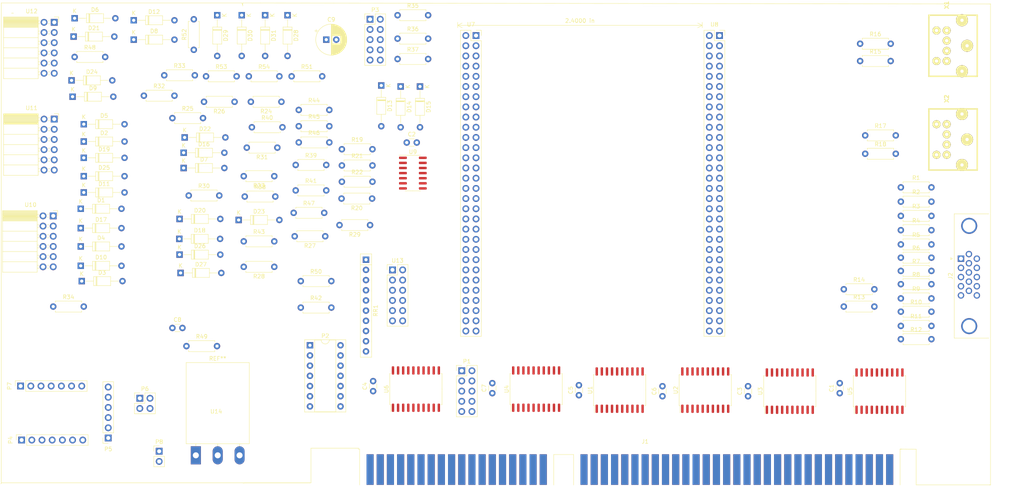
<source format=kicad_pcb>
(kicad_pcb (version 20171130) (host pcbnew "(5.1.5)-3")
  (layers (0 F.Cu signal) (31 B.Cu signal) (34 B.Paste user) (35 F.Paste user) (36 B.SilkS user) (37 F.SilkS user) (38 B.Mask user) (39 F.Mask user) (44 Edge.Cuts user))
  (net 0 "")
  (net 1 /A20)
  (net 2 /A21)
  (net 3 /A22)
  (net 4 /A23)
  (net 5 /A24)
  (net 6 /A25)
  (net 7 /A26)
  (net 8 "Net-(J1-Pad79)")
  (net 9 "Net-(J1-Pad77)")
  (net 10 "Net-(J1-Pad76)")
  (net 11 "Net-(J1-Pad75)")
  (net 12 "Net-(J1-Pad74)")
  (net 13 "Net-(J1-Pad73)")
  (net 14 "Net-(J1-Pad72)")
  (net 15 "Net-(J1-Pad71)")
  (net 16 "Net-(J1-Pad70)")
  (net 17 "Net-(J1-Pad69)")
  (net 18 "Net-(J1-Pad68)")
  (net 19 "Net-(J1-Pad67)")
  (net 20 "Net-(J1-Pad66)")
  (net 21 "Net-(J1-Pad65)")
  (net 22 "Net-(J1-Pad64)")
  (net 23 /A1)
  (net 24 /A2)
  (net 25 /A3)
  (net 26 /A4)
  (net 27 /A5)
  (net 28 /A6)
  (net 29 /A7)
  (net 30 /A8)
  (net 31 /A9)
  (net 32 /A10)
  (net 33 /A11)
  (net 34 /A12)
  (net 35 /A13)
  (net 36 /A14)
  (net 37 /A15)
  (net 38 /A16)
  (net 39 /A17)
  (net 40 /A18)
  (net 41 /A19)
  (net 42 "Net-(J1-Pad42)")
  (net 43 "Net-(J1-Pad32)")
  (net 44 "Net-(J1-Pad27)")
  (net 45 "Net-(J1-Pad26)")
  (net 46 "Net-(J1-Pad25)")
  (net 47 "Net-(J1-Pad24)")
  (net 48 "Net-(J1-Pad23)")
  (net 49 "Net-(J1-Pad22)")
  (net 50 "Net-(J1-Pad21)")
  (net 51 "Net-(J1-Pad20)")
  (net 52 "Net-(J1-Pad19)")
  (net 53 "Net-(J1-Pad18)")
  (net 54 "Net-(J1-Pad17)")
  (net 55 "Net-(J1-Pad16)")
  (net 56 "Net-(J1-Pad15)")
  (net 57 "Net-(J1-Pad14)")
  (net 58 "Net-(J1-Pad13)")
  (net 59 "Net-(J1-Pad12)")
  (net 60 "Net-(J1-Pad11)")
  (net 61 "Net-(J1-Pad9)")
  (net 62 "Net-(J1-Pad8)")
  (net 63 "Net-(J1-Pad7)")
  (net 64 "Net-(J1-Pad6)")
  (net 65 "Net-(J1-Pad5)")
  (net 66 "Net-(J1-Pad4)")
  (net 67 "Net-(J1-Pad2)")
  (net 68 /D15)
  (net 69 /D14)
  (net 70 /D13)
  (net 71 /D12)
  (net 72 /D11)
  (net 73 /D10)
  (net 74 /D9)
  (net 75 /D8)
  (net 76 /WR*)
  (net 77 /SEL1)
  (net 78 /SEL0)
  (net 79 /D0)
  (net 80 /D1)
  (net 81 /D2)
  (net 82 /D3)
  (net 83 /D4)
  (net 84 /D5)
  (net 85 /D6)
  (net 86 /D7)
  (net 87 /ALE)
  (net 88 "Net-(U4-Pad12)")
  (net 89 "Net-(U4-Pad11)")
  (net 90 "Net-(U4-Pad9)")
  (net 91 "Net-(U4-Pad8)")
  (net 92 /VCC33)
  (net 93 /FA0)
  (net 94 /FA1)
  (net 95 /FA2)
  (net 96 /FA3)
  (net 97 /FA4)
  (net 98 /FA5)
  (net 99 /FA6)
  (net 100 /FA7)
  (net 101 /FA8)
  (net 102 /FA9)
  (net 103 /FA10)
  (net 104 /FA11)
  (net 105 /FA12)
  (net 106 /FA13)
  (net 107 /FA14)
  (net 108 /FA15)
  (net 109 /FA16)
  (net 110 /FA17)
  (net 111 /FA18)
  (net 112 /FA19)
  (net 113 /FA20)
  (net 114 /FA21)
  (net 115 /FA22)
  (net 116 /FA23)
  (net 117 /FA24)
  (net 118 /FA25)
  (net 119 /FA26)
  (net 120 /FSEL0)
  (net 121 /FSEL1)
  (net 122 "Net-(U7-Pad47)")
  (net 123 "Net-(U7-Pad43)")
  (net 124 "Net-(U7-Pad29)")
  (net 125 "Net-(U7-Pad10)")
  (net 126 "Net-(J2-Pad15)")
  (net 127 "Net-(J2-Pad14)")
  (net 128 "Net-(J2-Pad13)")
  (net 129 "Net-(J2-Pad12)")
  (net 130 "Net-(J2-Pad11)")
  (net 131 "Net-(J2-Pad9)")
  (net 132 "Net-(J2-Pad4)")
  (net 133 "Net-(J2-Pad3)")
  (net 134 "Net-(J2-Pad2)")
  (net 135 "Net-(J2-Pad1)")
  (net 136 /BLUE3)
  (net 137 /BLUE2)
  (net 138 /BLUE1)
  (net 139 /BLUE0)
  (net 140 /GREEN3)
  (net 141 /GREEN2)
  (net 142 /GREEN1)
  (net 143 /GREEN0)
  (net 144 /RED3)
  (net 145 /RED2)
  (net 146 /RED1)
  (net 147 /RED0)
  (net 148 /HS)
  (net 149 /VS)
  (net 150 /FD0)
  (net 151 /FD1)
  (net 152 /FD2)
  (net 153 /FD3)
  (net 154 /FD4)
  (net 155 /FD5)
  (net 156 /FD6)
  (net 157 /FD7)
  (net 158 /FD15)
  (net 159 /FD14)
  (net 160 /FD13)
  (net 161 /FD12)
  (net 162 /FD11)
  (net 163 /FD10)
  (net 164 /FD9)
  (net 165 /FD8)
  (net 166 "Net-(R15-Pad2)")
  (net 167 /KBDCLK)
  (net 168 "Net-(R16-Pad2)")
  (net 169 /KBDDAT)
  (net 170 "Net-(R17-Pad2)")
  (net 171 /MSEDAT)
  (net 172 "Net-(R18-Pad2)")
  (net 173 /MSECLK)
  (net 174 "Net-(X1-Pad3)")
  (net 175 "Net-(J1-Pad89)")
  (net 176 /CYC)
  (net 177 /RDY)
  (net 178 /OSC)
  (net 179 /IRQ*)
  (net 180 "Net-(P2-Pad13)")
  (net 181 "Net-(P2-Pad12)")
  (net 182 "Net-(P2-Pad10)")
  (net 183 "Net-(P2-Pad3)")
  (net 184 "Net-(P2-Pad2)")
  (net 185 "Net-(P2-Pad1)")
  (net 186 /FWR)
  (net 187 /FALE)
  (net 188 "Net-(U4-Pad13)")
  (net 189 "Net-(U4-Pad7)")
  (net 190 /FDBE*)
  (net 191 /IRQ)
  (net 192 /RDY*)
  (net 193 GND)
  (net 194 /328_RESET*)
  (net 195 "Net-(C8-Pad1)")
  (net 196 "Net-(D1-Pad1)")
  (net 197 "Net-(D2-Pad1)")
  (net 198 "Net-(D3-Pad1)")
  (net 199 "Net-(D4-Pad1)")
  (net 200 "Net-(D5-Pad1)")
  (net 201 "Net-(D6-Pad1)")
  (net 202 "Net-(D7-Pad1)")
  (net 203 "Net-(D8-Pad1)")
  (net 204 "Net-(D9-Pad1)")
  (net 205 "Net-(D10-Pad1)")
  (net 206 "Net-(D11-Pad1)")
  (net 207 "Net-(D12-Pad1)")
  (net 208 "Net-(D13-Pad1)")
  (net 209 "Net-(D14-Pad1)")
  (net 210 "Net-(D15-Pad1)")
  (net 211 "Net-(D16-Pad1)")
  (net 212 "Net-(D17-Pad1)")
  (net 213 "Net-(D18-Pad1)")
  (net 214 "Net-(D19-Pad1)")
  (net 215 "Net-(D20-Pad1)")
  (net 216 "Net-(D21-Pad1)")
  (net 217 "Net-(D22-Pad1)")
  (net 218 "Net-(D23-Pad1)")
  (net 219 "Net-(D24-Pad1)")
  (net 220 "Net-(D25-Pad1)")
  (net 221 "Net-(D26-Pad1)")
  (net 222 "Net-(D27-Pad1)")
  (net 223 "Net-(D28-Pad1)")
  (net 224 "Net-(D29-Pad1)")
  (net 225 "Net-(D30-Pad1)")
  (net 226 "Net-(D31-Pad1)")
  (net 227 VCC)
  (net 228 "Net-(P3-Pad8)")
  (net 229 "Net-(P3-Pad4)")
  (net 230 "Net-(P4-Pad7)")
  (net 231 "Net-(P4-Pad6)")
  (net 232 "Net-(P4-Pad5)")
  (net 233 "Net-(P4-Pad4)")
  (net 234 "Net-(P4-Pad3)")
  (net 235 "Net-(P4-Pad2)")
  (net 236 "Net-(P4-Pad1)")
  (net 237 "Net-(P5-Pad5)")
  (net 238 "Net-(P5-Pad4)")
  (net 239 "Net-(P5-Pad3)")
  (net 240 "Net-(P5-Pad2)")
  (net 241 /FTX)
  (net 242 "Net-(P6-Pad1)")
  (net 243 "Net-(P7-Pad5)")
  (net 244 "Net-(P7-Pad4)")
  (net 245 "Net-(P7-Pad3)")
  (net 246 "Net-(P7-Pad2)")
  (net 247 "Net-(P7-Pad1)")
  (net 248 /PMODA0)
  (net 249 /PMODA1)
  (net 250 /PMODA2)
  (net 251 /PMODA3)
  (net 252 /PMODC0)
  (net 253 /PMODC1)
  (net 254 /PMODC2)
  (net 255 /PMODC3)
  (net 256 /PMODB0)
  (net 257 /PMODB1)
  (net 258 /PMODB2)
  (net 259 /PMODB3)
  (net 260 /ANA0)
  (net 261 /ANA1)
  (net 262 /ANA2)
  (net 263 /PMODA4)
  (net 264 /PMODA5)
  (net 265 /PMODA6)
  (net 266 /PMODA7)
  (net 267 /PMODC4)
  (net 268 /PMODC5)
  (net 269 /PMODC6)
  (net 270 /PMODC7)
  (net 271 /PMODB4)
  (net 272 /PMODB5)
  (net 273 /PMODB6)
  (net 274 /PMODB7)
  (net 275 /FRX)
  (net 276 "Net-(RR1-Pad10)")
  (net 277 "Net-(RR1-Pad9)")
  (net 278 "Net-(RR1-Pad8)")
  (net 279 /CFG3)
  (net 280 /CFG2)
  (net 281 /CFG1)
  (net 282 /CFG0)
  (net 283 /LED3)
  (net 284 /LED2)
  (net 285 /LED1)
  (net 286 /LED0)
  (net 287 /CFG4)
  (net 288 "Net-(RR1-Pad7)")
  (net 289 "Net-(U13-Pad11)")
  (module Package_TO_SOT_THT:LMxx (layer F.Cu) (at 82.042 133.858)
    (fp_text reference U14 (at 0 0.5) (layer F.SilkS))
    (fp_text value LM3940)
    (fp_text user REF** (at 0.37 -12.69) (layer F.SilkS))
    (pad VO thru_hole oval (at 5.82 11.43) (size 2.5 4.5) (drill 1.5) (layers *.Cu *.Mask) (net 92 /VCC33))
    (pad GND thru_hole oval (at 0.37 11.43) (size 2.5 4.5) (drill 1.5) (layers *.Cu *.Mask) (net 193 GND))
    (pad VI thru_hole rect (at -5.08 11.43) (size 2.5 4.5) (drill 1.5) (layers *.Cu *.Mask) (net 227 VCC))
    (pad "" np_thru_hole oval (at 0.37 -7.37) (size 3.4 3.4) (drill 3.4) (layers *.Cu *.Mask))
  )
  (module Connector_PinSocket_2.54mm:PinSocket_2x06_P2.54mm_Horizontal (layer F.Cu) (at 41.656 37.338)
    (fp_text reference U12 (at -5.65 -2.77) (layer F.SilkS))
    (fp_text value CONN_6x2)
    (pad 12 thru_hole oval (at -2.54 12.7) (size 1.7 1.7) (drill 1) (layers *.Cu *.Mask) (net 92 /VCC33))
    (pad 11 thru_hole oval (at 0 12.7) (size 1.7 1.7) (drill 1) (layers *.Cu *.Mask) (net 92 /VCC33))
    (pad 10 thru_hole oval (at -2.54 10.16) (size 1.7 1.7) (drill 1) (layers *.Cu *.Mask) (net 193 GND))
    (pad 9 thru_hole oval (at 0 10.16) (size 1.7 1.7) (drill 1) (layers *.Cu *.Mask) (net 193 GND))
    (pad 8 thru_hole oval (at -2.54 7.62) (size 1.7 1.7) (drill 1) (layers *.Cu *.Mask) (net 213 "Net-(D18-Pad1)"))
    (pad 7 thru_hole oval (at 0 7.62) (size 1.7 1.7) (drill 1) (layers *.Cu *.Mask) (net 198 "Net-(D3-Pad1)"))
    (pad 6 thru_hole oval (at -2.54 5.08) (size 1.7 1.7) (drill 1) (layers *.Cu *.Mask) (net 216 "Net-(D21-Pad1)"))
    (pad 5 thru_hole oval (at 0 5.08) (size 1.7 1.7) (drill 1) (layers *.Cu *.Mask) (net 201 "Net-(D6-Pad1)"))
    (pad 4 thru_hole oval (at -2.54 2.54) (size 1.7 1.7) (drill 1) (layers *.Cu *.Mask) (net 219 "Net-(D24-Pad1)"))
    (pad 3 thru_hole oval (at 0 2.54) (size 1.7 1.7) (drill 1) (layers *.Cu *.Mask) (net 204 "Net-(D9-Pad1)"))
    (pad 2 thru_hole oval (at -2.54 0) (size 1.7 1.7) (drill 1) (layers *.Cu *.Mask) (net 222 "Net-(D27-Pad1)"))
    (pad 1 thru_hole rect (at 0 0) (size 1.7 1.7) (drill 1) (layers *.Cu *.Mask) (net 207 "Net-(D12-Pad1)"))
  )
  (module Connector_PinSocket_2.54mm:PinSocket_2x06_P2.54mm_Horizontal (layer F.Cu) (at 41.656 61.468)
    (fp_text reference U11 (at -5.65 -2.77) (layer F.SilkS))
    (fp_text value CONN_6x2)
    (pad 12 thru_hole oval (at -2.54 12.7) (size 1.7 1.7) (drill 1) (layers *.Cu *.Mask) (net 92 /VCC33))
    (pad 11 thru_hole oval (at 0 12.7) (size 1.7 1.7) (drill 1) (layers *.Cu *.Mask) (net 92 /VCC33))
    (pad 10 thru_hole oval (at -2.54 10.16) (size 1.7 1.7) (drill 1) (layers *.Cu *.Mask) (net 193 GND))
    (pad 9 thru_hole oval (at 0 10.16) (size 1.7 1.7) (drill 1) (layers *.Cu *.Mask) (net 193 GND))
    (pad 8 thru_hole oval (at -2.54 7.62) (size 1.7 1.7) (drill 1) (layers *.Cu *.Mask) (net 214 "Net-(D19-Pad1)"))
    (pad 7 thru_hole oval (at 0 7.62) (size 1.7 1.7) (drill 1) (layers *.Cu *.Mask) (net 197 "Net-(D2-Pad1)"))
    (pad 6 thru_hole oval (at -2.54 5.08) (size 1.7 1.7) (drill 1) (layers *.Cu *.Mask) (net 211 "Net-(D16-Pad1)"))
    (pad 5 thru_hole oval (at 0 5.08) (size 1.7 1.7) (drill 1) (layers *.Cu *.Mask) (net 200 "Net-(D5-Pad1)"))
    (pad 4 thru_hole oval (at -2.54 2.54) (size 1.7 1.7) (drill 1) (layers *.Cu *.Mask) (net 217 "Net-(D22-Pad1)"))
    (pad 3 thru_hole oval (at 0 2.54) (size 1.7 1.7) (drill 1) (layers *.Cu *.Mask) (net 203 "Net-(D8-Pad1)"))
    (pad 2 thru_hole oval (at -2.54 0) (size 1.7 1.7) (drill 1) (layers *.Cu *.Mask) (net 220 "Net-(D25-Pad1)"))
    (pad 1 thru_hole rect (at 0 0) (size 1.7 1.7) (drill 1) (layers *.Cu *.Mask) (net 206 "Net-(D11-Pad1)"))
  )
  (module Connector_PinSocket_2.54mm:PinSocket_2x06_P2.54mm_Horizontal (layer F.Cu) (at 41.402 85.598)
    (fp_text reference U10 (at -5.65 -2.77) (layer F.SilkS))
    (fp_text value CONN_6x2)
    (pad 12 thru_hole oval (at -2.54 12.7) (size 1.7 1.7) (drill 1) (layers *.Cu *.Mask) (net 92 /VCC33))
    (pad 11 thru_hole oval (at 0 12.7) (size 1.7 1.7) (drill 1) (layers *.Cu *.Mask) (net 92 /VCC33))
    (pad 10 thru_hole oval (at -2.54 10.16) (size 1.7 1.7) (drill 1) (layers *.Cu *.Mask) (net 193 GND))
    (pad 9 thru_hole oval (at 0 10.16) (size 1.7 1.7) (drill 1) (layers *.Cu *.Mask) (net 193 GND))
    (pad 8 thru_hole oval (at -2.54 7.62) (size 1.7 1.7) (drill 1) (layers *.Cu *.Mask) (net 212 "Net-(D17-Pad1)"))
    (pad 7 thru_hole oval (at 0 7.62) (size 1.7 1.7) (drill 1) (layers *.Cu *.Mask) (net 196 "Net-(D1-Pad1)"))
    (pad 6 thru_hole oval (at -2.54 5.08) (size 1.7 1.7) (drill 1) (layers *.Cu *.Mask) (net 215 "Net-(D20-Pad1)"))
    (pad 5 thru_hole oval (at 0 5.08) (size 1.7 1.7) (drill 1) (layers *.Cu *.Mask) (net 199 "Net-(D4-Pad1)"))
    (pad 4 thru_hole oval (at -2.54 2.54) (size 1.7 1.7) (drill 1) (layers *.Cu *.Mask) (net 218 "Net-(D23-Pad1)"))
    (pad 3 thru_hole oval (at 0 2.54) (size 1.7 1.7) (drill 1) (layers *.Cu *.Mask) (net 202 "Net-(D7-Pad1)"))
    (pad 2 thru_hole oval (at -2.54 0) (size 1.7 1.7) (drill 1) (layers *.Cu *.Mask) (net 221 "Net-(D26-Pad1)"))
    (pad 1 thru_hole rect (at 0 0) (size 1.7 1.7) (drill 1) (layers *.Cu *.Mask) (net 205 "Net-(D10-Pad1)"))
  )
  (module Connector_PinHeader_2.54mm:PinHeader_2x06_P2.54mm_Vertical (layer F.Cu) (at 125.984 99.06)
    (fp_text reference U13 (at 1.27 -2.33) (layer F.SilkS))
    (fp_text value CONN_6x2)
    (pad 12 thru_hole oval (at 2.54 12.7) (size 1.7 1.7) (drill 1) (layers *.Cu *.Mask) (net 193 GND))
    (pad 11 thru_hole oval (at 0 12.7) (size 1.7 1.7) (drill 1) (layers *.Cu *.Mask) (net 289 "Net-(U13-Pad11)"))
    (pad 10 thru_hole oval (at 2.54 10.16) (size 1.7 1.7) (drill 1) (layers *.Cu *.Mask) (net 193 GND))
    (pad 9 thru_hole oval (at 0 10.16) (size 1.7 1.7) (drill 1) (layers *.Cu *.Mask) (net 287 /CFG4))
    (pad 8 thru_hole oval (at 2.54 7.62) (size 1.7 1.7) (drill 1) (layers *.Cu *.Mask) (net 193 GND))
    (pad 7 thru_hole oval (at 0 7.62) (size 1.7 1.7) (drill 1) (layers *.Cu *.Mask) (net 279 /CFG3))
    (pad 6 thru_hole oval (at 2.54 5.08) (size 1.7 1.7) (drill 1) (layers *.Cu *.Mask) (net 193 GND))
    (pad 5 thru_hole oval (at 0 5.08) (size 1.7 1.7) (drill 1) (layers *.Cu *.Mask) (net 280 /CFG2))
    (pad 4 thru_hole oval (at 2.54 2.54) (size 1.7 1.7) (drill 1) (layers *.Cu *.Mask) (net 193 GND))
    (pad 3 thru_hole oval (at 0 2.54) (size 1.7 1.7) (drill 1) (layers *.Cu *.Mask) (net 281 /CFG1))
    (pad 2 thru_hole oval (at 2.54 0) (size 1.7 1.7) (drill 1) (layers *.Cu *.Mask) (net 193 GND))
    (pad 1 thru_hole rect (at 0 0) (size 1.7 1.7) (drill 1) (layers *.Cu *.Mask) (net 282 /CFG0))
  )
  (module Resistor_THT:R_Array_SIP10 (layer F.Cu) (at 119.38 96.52 270)
    (fp_text reference RR1 (at 12.7 -2.4 90) (layer F.SilkS))
    (fp_text value 10k)
    (pad 10 thru_hole oval (at 22.86 0 270) (size 1.6 1.6) (drill 0.8) (layers *.Cu *.Mask) (net 276 "Net-(RR1-Pad10)"))
    (pad 9 thru_hole oval (at 20.32 0 270) (size 1.6 1.6) (drill 0.8) (layers *.Cu *.Mask) (net 277 "Net-(RR1-Pad9)"))
    (pad 8 thru_hole oval (at 17.78 0 270) (size 1.6 1.6) (drill 0.8) (layers *.Cu *.Mask) (net 278 "Net-(RR1-Pad8)"))
    (pad 7 thru_hole oval (at 15.24 0 270) (size 1.6 1.6) (drill 0.8) (layers *.Cu *.Mask) (net 288 "Net-(RR1-Pad7)"))
    (pad 6 thru_hole oval (at 12.7 0 270) (size 1.6 1.6) (drill 0.8) (layers *.Cu *.Mask) (net 287 /CFG4))
    (pad 5 thru_hole oval (at 10.16 0 270) (size 1.6 1.6) (drill 0.8) (layers *.Cu *.Mask) (net 279 /CFG3))
    (pad 4 thru_hole oval (at 7.62 0 270) (size 1.6 1.6) (drill 0.8) (layers *.Cu *.Mask) (net 280 /CFG2))
    (pad 3 thru_hole oval (at 5.08 0 270) (size 1.6 1.6) (drill 0.8) (layers *.Cu *.Mask) (net 281 /CFG1))
    (pad 2 thru_hole oval (at 2.54 0 270) (size 1.6 1.6) (drill 0.8) (layers *.Cu *.Mask) (net 282 /CFG0))
    (pad 1 thru_hole rect (at 0 0 270) (size 1.6 1.6) (drill 0.8) (layers *.Cu *.Mask) (net 92 /VCC33))
  )
  (module Resistor_THT:R_Axial_DIN0207_L6.3mm_D2.5mm_P7.62mm_Horizontal (layer F.Cu) (at 90.17 50.8)
    (fp_text reference R54 (at 3.81 -2.37) (layer F.SilkS))
    (fp_text value 100)
    (pad 2 thru_hole oval (at 7.62 0) (size 1.6 1.6) (drill 0.8) (layers *.Cu *.Mask) (net 226 "Net-(D31-Pad1)"))
    (pad 1 thru_hole circle (at 0 0) (size 1.6 1.6) (drill 0.8) (layers *.Cu *.Mask) (net 283 /LED3))
  )
  (module Resistor_THT:R_Axial_DIN0207_L6.3mm_D2.5mm_P7.62mm_Horizontal (layer F.Cu) (at 79.502 50.8)
    (fp_text reference R53 (at 3.81 -2.37) (layer F.SilkS))
    (fp_text value 100)
    (pad 2 thru_hole oval (at 7.62 0) (size 1.6 1.6) (drill 0.8) (layers *.Cu *.Mask) (net 225 "Net-(D30-Pad1)"))
    (pad 1 thru_hole circle (at 0 0) (size 1.6 1.6) (drill 0.8) (layers *.Cu *.Mask) (net 284 /LED2))
  )
  (module Resistor_THT:R_Axial_DIN0207_L6.3mm_D2.5mm_P7.62mm_Horizontal (layer F.Cu) (at 76.454 44.196 90)
    (fp_text reference R52 (at 3.81 -2.37 90) (layer F.SilkS))
    (fp_text value 100)
    (pad 2 thru_hole oval (at 7.62 0 90) (size 1.6 1.6) (drill 0.8) (layers *.Cu *.Mask) (net 224 "Net-(D29-Pad1)"))
    (pad 1 thru_hole circle (at 0 0 90) (size 1.6 1.6) (drill 0.8) (layers *.Cu *.Mask) (net 285 /LED1))
  )
  (module Resistor_THT:R_Axial_DIN0207_L6.3mm_D2.5mm_P7.62mm_Horizontal (layer F.Cu) (at 100.838 50.8)
    (fp_text reference R51 (at 3.81 -2.37) (layer F.SilkS))
    (fp_text value 100)
    (pad 2 thru_hole oval (at 7.62 0) (size 1.6 1.6) (drill 0.8) (layers *.Cu *.Mask) (net 223 "Net-(D28-Pad1)"))
    (pad 1 thru_hole circle (at 0 0) (size 1.6 1.6) (drill 0.8) (layers *.Cu *.Mask) (net 286 /LED0))
  )
  (module Resistor_THT:R_Axial_DIN0207_L6.3mm_D2.5mm_P7.62mm_Horizontal (layer F.Cu) (at 103.124 101.854)
    (fp_text reference R50 (at 3.81 -2.37) (layer F.SilkS))
    (fp_text value 10K)
    (pad 2 thru_hole oval (at 7.62 0) (size 1.6 1.6) (drill 0.8) (layers *.Cu *.Mask) (net 242 "Net-(P6-Pad1)"))
    (pad 1 thru_hole circle (at 0 0) (size 1.6 1.6) (drill 0.8) (layers *.Cu *.Mask) (net 275 /FRX))
  )
  (module Resistor_THT:R_Axial_DIN0207_L6.3mm_D2.5mm_P7.62mm_Horizontal (layer F.Cu) (at 74.618 118.062)
    (fp_text reference R49 (at 3.81 -2.37) (layer F.SilkS))
    (fp_text value 200)
    (pad 2 thru_hole oval (at 7.62 0) (size 1.6 1.6) (drill 0.8) (layers *.Cu *.Mask) (net 274 /PMODB7))
    (pad 1 thru_hole circle (at 0 0) (size 1.6 1.6) (drill 0.8) (layers *.Cu *.Mask) (net 213 "Net-(D18-Pad1)"))
  )
  (module Resistor_THT:R_Axial_DIN0207_L6.3mm_D2.5mm_P7.62mm_Horizontal (layer F.Cu) (at 46.736 45.974)
    (fp_text reference R48 (at 3.81 -2.37) (layer F.SilkS))
    (fp_text value 200)
    (pad 2 thru_hole oval (at 7.62 0) (size 1.6 1.6) (drill 0.8) (layers *.Cu *.Mask) (net 273 /PMODB6))
    (pad 1 thru_hole circle (at 0 0) (size 1.6 1.6) (drill 0.8) (layers *.Cu *.Mask) (net 216 "Net-(D21-Pad1)"))
  )
  (module Resistor_THT:R_Axial_DIN0207_L6.3mm_D2.5mm_P7.62mm_Horizontal (layer F.Cu) (at 101.346 84.836)
    (fp_text reference R47 (at 3.81 -2.37) (layer F.SilkS))
    (fp_text value 200)
    (pad 2 thru_hole oval (at 7.62 0) (size 1.6 1.6) (drill 0.8) (layers *.Cu *.Mask) (net 272 /PMODB5))
    (pad 1 thru_hole circle (at 0 0) (size 1.6 1.6) (drill 0.8) (layers *.Cu *.Mask) (net 219 "Net-(D24-Pad1)"))
  )
  (module Resistor_THT:R_Axial_DIN0207_L6.3mm_D2.5mm_P7.62mm_Horizontal (layer F.Cu) (at 102.622 67.282)
    (fp_text reference R46 (at 3.81 -2.37) (layer F.SilkS))
    (fp_text value 200)
    (pad 2 thru_hole oval (at 7.62 0) (size 1.6 1.6) (drill 0.8) (layers *.Cu *.Mask) (net 271 /PMODB4))
    (pad 1 thru_hole circle (at 0 0) (size 1.6 1.6) (drill 0.8) (layers *.Cu *.Mask) (net 222 "Net-(D27-Pad1)"))
  )
  (module Resistor_THT:R_Axial_DIN0207_L6.3mm_D2.5mm_P7.62mm_Horizontal (layer F.Cu) (at 102.622 63.232)
    (fp_text reference R45 (at 3.81 -2.37) (layer F.SilkS))
    (fp_text value 200)
    (pad 2 thru_hole oval (at 7.62 0) (size 1.6 1.6) (drill 0.8) (layers *.Cu *.Mask) (net 270 /PMODC7))
    (pad 1 thru_hole circle (at 0 0) (size 1.6 1.6) (drill 0.8) (layers *.Cu *.Mask) (net 212 "Net-(D17-Pad1)"))
  )
  (module Resistor_THT:R_Axial_DIN0207_L6.3mm_D2.5mm_P7.62mm_Horizontal (layer F.Cu) (at 102.622 59.182)
    (fp_text reference R44 (at 3.81 -2.37) (layer F.SilkS))
    (fp_text value 200)
    (pad 2 thru_hole oval (at 7.62 0) (size 1.6 1.6) (drill 0.8) (layers *.Cu *.Mask) (net 269 /PMODC6))
    (pad 1 thru_hole circle (at 0 0) (size 1.6 1.6) (drill 0.8) (layers *.Cu *.Mask) (net 215 "Net-(D20-Pad1)"))
  )
  (module Resistor_THT:R_Axial_DIN0207_L6.3mm_D2.5mm_P7.62mm_Horizontal (layer F.Cu) (at 88.9 91.948)
    (fp_text reference R43 (at 3.81 -2.37) (layer F.SilkS))
    (fp_text value 200)
    (pad 2 thru_hole oval (at 7.62 0) (size 1.6 1.6) (drill 0.8) (layers *.Cu *.Mask) (net 268 /PMODC5))
    (pad 1 thru_hole circle (at 0 0) (size 1.6 1.6) (drill 0.8) (layers *.Cu *.Mask) (net 218 "Net-(D23-Pad1)"))
  )
  (module Resistor_THT:R_Axial_DIN0207_L6.3mm_D2.5mm_P7.62mm_Horizontal (layer F.Cu) (at 103.124 108.458)
    (fp_text reference R42 (at 3.81 -2.37) (layer F.SilkS))
    (fp_text value 200)
    (pad 2 thru_hole oval (at 7.62 0) (size 1.6 1.6) (drill 0.8) (layers *.Cu *.Mask) (net 267 /PMODC4))
    (pad 1 thru_hole circle (at 0 0) (size 1.6 1.6) (drill 0.8) (layers *.Cu *.Mask) (net 221 "Net-(D26-Pad1)"))
  )
  (module Resistor_THT:R_Axial_DIN0207_L6.3mm_D2.5mm_P7.62mm_Horizontal (layer F.Cu) (at 101.854 79.248)
    (fp_text reference R41 (at 3.81 -2.37) (layer F.SilkS))
    (fp_text value 200)
    (pad 2 thru_hole oval (at 7.62 0) (size 1.6 1.6) (drill 0.8) (layers *.Cu *.Mask) (net 266 /PMODA7))
    (pad 1 thru_hole circle (at 0 0) (size 1.6 1.6) (drill 0.8) (layers *.Cu *.Mask) (net 214 "Net-(D19-Pad1)"))
  )
  (module Resistor_THT:R_Axial_DIN0207_L6.3mm_D2.5mm_P7.62mm_Horizontal (layer F.Cu) (at 90.932 63.5)
    (fp_text reference R40 (at 3.81 -2.37) (layer F.SilkS))
    (fp_text value 200)
    (pad 2 thru_hole oval (at 7.62 0) (size 1.6 1.6) (drill 0.8) (layers *.Cu *.Mask) (net 265 /PMODA6))
    (pad 1 thru_hole circle (at 0 0) (size 1.6 1.6) (drill 0.8) (layers *.Cu *.Mask) (net 211 "Net-(D16-Pad1)"))
  )
  (module Resistor_THT:R_Axial_DIN0207_L6.3mm_D2.5mm_P7.62mm_Horizontal (layer F.Cu) (at 101.854 72.898)
    (fp_text reference R39 (at 3.81 -2.37) (layer F.SilkS))
    (fp_text value 200)
    (pad 2 thru_hole oval (at 7.62 0) (size 1.6 1.6) (drill 0.8) (layers *.Cu *.Mask) (net 264 /PMODA5))
    (pad 1 thru_hole circle (at 0 0) (size 1.6 1.6) (drill 0.8) (layers *.Cu *.Mask) (net 217 "Net-(D22-Pad1)"))
  )
  (module Resistor_THT:R_Axial_DIN0207_L6.3mm_D2.5mm_P7.62mm_Horizontal (layer F.Cu) (at 89.154 80.772)
    (fp_text reference R38 (at 3.81 -2.37) (layer F.SilkS))
    (fp_text value 200)
    (pad 2 thru_hole oval (at 7.62 0) (size 1.6 1.6) (drill 0.8) (layers *.Cu *.Mask) (net 263 /PMODA4))
    (pad 1 thru_hole circle (at 0 0) (size 1.6 1.6) (drill 0.8) (layers *.Cu *.Mask) (net 220 "Net-(D25-Pad1)"))
  )
  (module Resistor_THT:R_Axial_DIN0207_L6.3mm_D2.5mm_P7.62mm_Horizontal (layer F.Cu) (at 127.254 46.482)
    (fp_text reference R37 (at 3.81 -2.37) (layer F.SilkS))
    (fp_text value 100)
    (pad 2 thru_hole oval (at 7.62 0) (size 1.6 1.6) (drill 0.8) (layers *.Cu *.Mask) (net 262 /ANA2))
    (pad 1 thru_hole circle (at 0 0) (size 1.6 1.6) (drill 0.8) (layers *.Cu *.Mask) (net 208 "Net-(D13-Pad1)"))
  )
  (module Resistor_THT:R_Axial_DIN0207_L6.3mm_D2.5mm_P7.62mm_Horizontal (layer F.Cu) (at 127.254 41.402)
    (fp_text reference R36 (at 3.81 -2.37) (layer F.SilkS))
    (fp_text value 100)
    (pad 2 thru_hole oval (at 7.62 0) (size 1.6 1.6) (drill 0.8) (layers *.Cu *.Mask) (net 261 /ANA1))
    (pad 1 thru_hole circle (at 0 0) (size 1.6 1.6) (drill 0.8) (layers *.Cu *.Mask) (net 209 "Net-(D14-Pad1)"))
  )
  (module Resistor_THT:R_Axial_DIN0207_L6.3mm_D2.5mm_P7.62mm_Horizontal (layer F.Cu) (at 127.254 35.56)
    (fp_text reference R35 (at 3.81 -2.37) (layer F.SilkS))
    (fp_text value 100)
    (pad 2 thru_hole oval (at 7.62 0) (size 1.6 1.6) (drill 0.8) (layers *.Cu *.Mask) (net 260 /ANA0))
    (pad 1 thru_hole circle (at 0 0) (size 1.6 1.6) (drill 0.8) (layers *.Cu *.Mask) (net 210 "Net-(D15-Pad1)"))
  )
  (module Resistor_THT:R_Axial_DIN0207_L6.3mm_D2.5mm_P7.62mm_Horizontal (layer F.Cu) (at 41.402 108.204)
    (fp_text reference R34 (at 3.81 -2.37) (layer F.SilkS))
    (fp_text value 200)
    (pad 2 thru_hole oval (at 7.62 0) (size 1.6 1.6) (drill 0.8) (layers *.Cu *.Mask) (net 198 "Net-(D3-Pad1)"))
    (pad 1 thru_hole circle (at 0 0) (size 1.6 1.6) (drill 0.8) (layers *.Cu *.Mask) (net 259 /PMODB3))
  )
  (module Resistor_THT:R_Axial_DIN0207_L6.3mm_D2.5mm_P7.62mm_Horizontal (layer F.Cu) (at 69.088 50.546)
    (fp_text reference R33 (at 3.81 -2.37) (layer F.SilkS))
    (fp_text value 200)
    (pad 2 thru_hole oval (at 7.62 0) (size 1.6 1.6) (drill 0.8) (layers *.Cu *.Mask) (net 201 "Net-(D6-Pad1)"))
    (pad 1 thru_hole circle (at 0 0) (size 1.6 1.6) (drill 0.8) (layers *.Cu *.Mask) (net 258 /PMODB2))
  )
  (module Resistor_THT:R_Axial_DIN0207_L6.3mm_D2.5mm_P7.62mm_Horizontal (layer F.Cu) (at 64.008 55.626)
    (fp_text reference R32 (at 3.81 -2.37) (layer F.SilkS))
    (fp_text value 200)
    (pad 2 thru_hole oval (at 7.62 0) (size 1.6 1.6) (drill 0.8) (layers *.Cu *.Mask) (net 204 "Net-(D9-Pad1)"))
    (pad 1 thru_hole circle (at 0 0) (size 1.6 1.6) (drill 0.8) (layers *.Cu *.Mask) (net 257 /PMODB1))
  )
  (module Resistor_THT:R_Axial_DIN0207_L6.3mm_D2.5mm_P7.62mm_Horizontal (layer F.Cu) (at 97.282 68.58 180)
    (fp_text reference R31 (at 3.81 -2.37) (layer F.SilkS))
    (fp_text value 200)
    (pad 2 thru_hole oval (at 7.62 0 180) (size 1.6 1.6) (drill 0.8) (layers *.Cu *.Mask) (net 207 "Net-(D12-Pad1)"))
    (pad 1 thru_hole circle (at 0 0 180) (size 1.6 1.6) (drill 0.8) (layers *.Cu *.Mask) (net 256 /PMODB0))
  )
  (module Resistor_THT:R_Axial_DIN0207_L6.3mm_D2.5mm_P7.62mm_Horizontal (layer F.Cu) (at 75.184 80.518)
    (fp_text reference R30 (at 3.81 -2.37) (layer F.SilkS))
    (fp_text value 200)
    (pad 2 thru_hole oval (at 7.62 0) (size 1.6 1.6) (drill 0.8) (layers *.Cu *.Mask) (net 196 "Net-(D1-Pad1)"))
    (pad 1 thru_hole circle (at 0 0) (size 1.6 1.6) (drill 0.8) (layers *.Cu *.Mask) (net 255 /PMODC3))
  )
  (module Resistor_THT:R_Axial_DIN0207_L6.3mm_D2.5mm_P7.62mm_Horizontal (layer F.Cu) (at 120.396 87.884 180)
    (fp_text reference R29 (at 3.81 -2.37) (layer F.SilkS))
    (fp_text value 200)
    (pad 2 thru_hole oval (at 7.62 0 180) (size 1.6 1.6) (drill 0.8) (layers *.Cu *.Mask) (net 199 "Net-(D4-Pad1)"))
    (pad 1 thru_hole circle (at 0 0 180) (size 1.6 1.6) (drill 0.8) (layers *.Cu *.Mask) (net 254 /PMODC2))
  )
  (module Resistor_THT:R_Axial_DIN0207_L6.3mm_D2.5mm_P7.62mm_Horizontal (layer F.Cu) (at 96.52 98.298 180)
    (fp_text reference R28 (at 3.81 -2.37) (layer F.SilkS))
    (fp_text value 200)
    (pad 2 thru_hole oval (at 7.62 0 180) (size 1.6 1.6) (drill 0.8) (layers *.Cu *.Mask) (net 202 "Net-(D7-Pad1)"))
    (pad 1 thru_hole circle (at 0 0 180) (size 1.6 1.6) (drill 0.8) (layers *.Cu *.Mask) (net 253 /PMODC1))
  )
  (module Resistor_THT:R_Axial_DIN0207_L6.3mm_D2.5mm_P7.62mm_Horizontal (layer F.Cu) (at 109.22 90.678 180)
    (fp_text reference R27 (at 3.81 -2.37) (layer F.SilkS))
    (fp_text value 200)
    (pad 2 thru_hole oval (at 7.62 0 180) (size 1.6 1.6) (drill 0.8) (layers *.Cu *.Mask) (net 205 "Net-(D10-Pad1)"))
    (pad 1 thru_hole circle (at 0 0 180) (size 1.6 1.6) (drill 0.8) (layers *.Cu *.Mask) (net 252 /PMODC0))
  )
  (module Resistor_THT:R_Axial_DIN0207_L6.3mm_D2.5mm_P7.62mm_Horizontal (layer F.Cu) (at 86.614 57.15 180)
    (fp_text reference R26 (at 3.81 -2.37) (layer F.SilkS))
    (fp_text value 200)
    (pad 2 thru_hole oval (at 7.62 0 180) (size 1.6 1.6) (drill 0.8) (layers *.Cu *.Mask) (net 197 "Net-(D2-Pad1)"))
    (pad 1 thru_hole circle (at 0 0 180) (size 1.6 1.6) (drill 0.8) (layers *.Cu *.Mask) (net 251 /PMODA3))
  )
  (module Resistor_THT:R_Axial_DIN0207_L6.3mm_D2.5mm_P7.62mm_Horizontal (layer F.Cu) (at 71.12 61.214)
    (fp_text reference R25 (at 3.81 -2.37) (layer F.SilkS))
    (fp_text value 200)
    (pad 2 thru_hole oval (at 7.62 0) (size 1.6 1.6) (drill 0.8) (layers *.Cu *.Mask) (net 200 "Net-(D5-Pad1)"))
    (pad 1 thru_hole circle (at 0 0) (size 1.6 1.6) (drill 0.8) (layers *.Cu *.Mask) (net 250 /PMODA2))
  )
  (module Resistor_THT:R_Axial_DIN0207_L6.3mm_D2.5mm_P7.62mm_Horizontal (layer F.Cu) (at 98.298 57.15 180)
    (fp_text reference R24 (at 3.81 -2.37) (layer F.SilkS))
    (fp_text value 200)
    (pad 2 thru_hole oval (at 7.62 0 180) (size 1.6 1.6) (drill 0.8) (layers *.Cu *.Mask) (net 203 "Net-(D8-Pad1)"))
    (pad 1 thru_hole circle (at 0 0 180) (size 1.6 1.6) (drill 0.8) (layers *.Cu *.Mask) (net 249 /PMODA1))
  )
  (module Resistor_THT:R_Axial_DIN0207_L6.3mm_D2.5mm_P7.62mm_Horizontal (layer F.Cu) (at 96.52 75.692 180)
    (fp_text reference R23 (at 3.81 -2.37) (layer F.SilkS))
    (fp_text value 200)
    (pad 2 thru_hole oval (at 7.62 0 180) (size 1.6 1.6) (drill 0.8) (layers *.Cu *.Mask) (net 206 "Net-(D11-Pad1)"))
    (pad 1 thru_hole circle (at 0 0 180) (size 1.6 1.6) (drill 0.8) (layers *.Cu *.Mask) (net 248 /PMODA0))
  )
  (module Connector_PinHeader_2.54mm:PinHeader_1x02_P2.54mm_Vertical (layer F.Cu) (at 67.818 144.272)
    (fp_text reference P8 (at 0 -2.33) (layer F.SilkS))
    (fp_text value CONN_2)
    (pad 2 thru_hole oval (at 0 2.54) (size 1.7 1.7) (drill 1) (layers *.Cu *.Mask) (net 239 "Net-(P5-Pad3)"))
    (pad 1 thru_hole rect (at 0 0) (size 1.7 1.7) (drill 1) (layers *.Cu *.Mask) (net 227 VCC))
  )
  (module Connector_PinSocket_2.54mm:PinSocket_1x07_P2.54mm_Vertical (layer F.Cu) (at 33.274 128.016 90)
    (fp_text reference P7 (at 0 -2.77 90) (layer F.SilkS))
    (fp_text value CONN_7)
    (pad 7 thru_hole oval (at 0 15.24 90) (size 1.7 1.7) (drill 1) (layers *.Cu *.Mask) (net 193 GND))
    (pad 6 thru_hole oval (at 0 12.7 90) (size 1.7 1.7) (drill 1) (layers *.Cu *.Mask) (net 239 "Net-(P5-Pad3)"))
    (pad 5 thru_hole oval (at 0 10.16 90) (size 1.7 1.7) (drill 1) (layers *.Cu *.Mask) (net 243 "Net-(P7-Pad5)"))
    (pad 4 thru_hole oval (at 0 7.62 90) (size 1.7 1.7) (drill 1) (layers *.Cu *.Mask) (net 244 "Net-(P7-Pad4)"))
    (pad 3 thru_hole oval (at 0 5.08 90) (size 1.7 1.7) (drill 1) (layers *.Cu *.Mask) (net 245 "Net-(P7-Pad3)"))
    (pad 2 thru_hole oval (at 0 2.54 90) (size 1.7 1.7) (drill 1) (layers *.Cu *.Mask) (net 246 "Net-(P7-Pad2)"))
    (pad 1 thru_hole rect (at 0 0 90) (size 1.7 1.7) (drill 1) (layers *.Cu *.Mask) (net 247 "Net-(P7-Pad1)"))
  )
  (module Connector_PinHeader_2.54mm:PinHeader_2x02_P2.54mm_Vertical (layer F.Cu) (at 62.992 131.064)
    (fp_text reference P6 (at 1.27 -2.33) (layer F.SilkS))
    (fp_text value CONN_2X2)
    (pad 4 thru_hole oval (at 2.54 2.54) (size 1.7 1.7) (drill 1) (layers *.Cu *.Mask) (net 238 "Net-(P5-Pad4)"))
    (pad 3 thru_hole oval (at 0 2.54) (size 1.7 1.7) (drill 1) (layers *.Cu *.Mask) (net 241 /FTX))
    (pad 2 thru_hole oval (at 2.54 0) (size 1.7 1.7) (drill 1) (layers *.Cu *.Mask) (net 237 "Net-(P5-Pad5)"))
    (pad 1 thru_hole rect (at 0 0) (size 1.7 1.7) (drill 1) (layers *.Cu *.Mask) (net 242 "Net-(P6-Pad1)"))
  )
  (module Connector_PinSocket_2.54mm:PinSocket_1x06_P2.54mm_Vertical (layer F.Cu) (at 55.118 140.97 180)
    (fp_text reference P5 (at 0 -2.77) (layer F.SilkS))
    (fp_text value CONN_6)
    (pad 6 thru_hole oval (at 0 12.7 180) (size 1.7 1.7) (drill 1) (layers *.Cu *.Mask) (net 195 "Net-(C8-Pad1)"))
    (pad 5 thru_hole oval (at 0 10.16 180) (size 1.7 1.7) (drill 1) (layers *.Cu *.Mask) (net 237 "Net-(P5-Pad5)"))
    (pad 4 thru_hole oval (at 0 7.62 180) (size 1.7 1.7) (drill 1) (layers *.Cu *.Mask) (net 238 "Net-(P5-Pad4)"))
    (pad 3 thru_hole oval (at 0 5.08 180) (size 1.7 1.7) (drill 1) (layers *.Cu *.Mask) (net 239 "Net-(P5-Pad3)"))
    (pad 2 thru_hole oval (at 0 2.54 180) (size 1.7 1.7) (drill 1) (layers *.Cu *.Mask) (net 240 "Net-(P5-Pad2)"))
    (pad 1 thru_hole rect (at 0 0 180) (size 1.7 1.7) (drill 1) (layers *.Cu *.Mask) (net 193 GND))
  )
  (module Connector_PinSocket_2.54mm:PinSocket_1x07_P2.54mm_Vertical (layer F.Cu) (at 33.528 141.478 90)
    (fp_text reference P4 (at 0 -2.77 90) (layer F.SilkS))
    (fp_text value CONN_7)
    (pad 7 thru_hole oval (at 0 15.24 90) (size 1.7 1.7) (drill 1) (layers *.Cu *.Mask) (net 230 "Net-(P4-Pad7)"))
    (pad 6 thru_hole oval (at 0 12.7 90) (size 1.7 1.7) (drill 1) (layers *.Cu *.Mask) (net 231 "Net-(P4-Pad6)"))
    (pad 5 thru_hole oval (at 0 10.16 90) (size 1.7 1.7) (drill 1) (layers *.Cu *.Mask) (net 232 "Net-(P4-Pad5)"))
    (pad 4 thru_hole oval (at 0 7.62 90) (size 1.7 1.7) (drill 1) (layers *.Cu *.Mask) (net 233 "Net-(P4-Pad4)"))
    (pad 3 thru_hole oval (at 0 5.08 90) (size 1.7 1.7) (drill 1) (layers *.Cu *.Mask) (net 234 "Net-(P4-Pad3)"))
    (pad 2 thru_hole oval (at 0 2.54 90) (size 1.7 1.7) (drill 1) (layers *.Cu *.Mask) (net 235 "Net-(P4-Pad2)"))
    (pad 1 thru_hole rect (at 0 0 90) (size 1.7 1.7) (drill 1) (layers *.Cu *.Mask) (net 236 "Net-(P4-Pad1)"))
  )
  (module Connector_PinHeader_2.54mm:PinHeader_2x05_P2.54mm_Vertical (layer F.Cu) (at 120.396 36.576)
    (fp_text reference P3 (at 1.27 -2.33) (layer F.SilkS))
    (fp_text value CONN_5X2)
    (pad 10 thru_hole oval (at 2.54 10.16) (size 1.7 1.7) (drill 1) (layers *.Cu *.Mask) (net 208 "Net-(D13-Pad1)"))
    (pad 9 thru_hole oval (at 0 10.16) (size 1.7 1.7) (drill 1) (layers *.Cu *.Mask) (net 193 GND))
    (pad 8 thru_hole oval (at 2.54 7.62) (size 1.7 1.7) (drill 1) (layers *.Cu *.Mask) (net 228 "Net-(P3-Pad8)"))
    (pad 7 thru_hole oval (at 0 7.62) (size 1.7 1.7) (drill 1) (layers *.Cu *.Mask) (net 193 GND))
    (pad 6 thru_hole oval (at 2.54 5.08) (size 1.7 1.7) (drill 1) (layers *.Cu *.Mask) (net 209 "Net-(D14-Pad1)"))
    (pad 5 thru_hole oval (at 0 5.08) (size 1.7 1.7) (drill 1) (layers *.Cu *.Mask) (net 193 GND))
    (pad 4 thru_hole oval (at 2.54 2.54) (size 1.7 1.7) (drill 1) (layers *.Cu *.Mask) (net 229 "Net-(P3-Pad4)"))
    (pad 3 thru_hole oval (at 0 2.54) (size 1.7 1.7) (drill 1) (layers *.Cu *.Mask) (net 193 GND))
    (pad 2 thru_hole oval (at 2.54 0) (size 1.7 1.7) (drill 1) (layers *.Cu *.Mask) (net 210 "Net-(D15-Pad1)"))
    (pad 1 thru_hole rect (at 0 0) (size 1.7 1.7) (drill 1) (layers *.Cu *.Mask) (net 193 GND))
  )
  (module Diode_THT:D_DO-35_SOD27_P10.16mm_Horizontal (layer F.Cu) (at 94.234 35.56 270)
    (fp_text reference D31 (at 5.08 -2.12 90) (layer F.SilkS))
    (fp_text value LED)
    (fp_text user K (at 0 -1.8 90) (layer F.SilkS))
    (pad 2 thru_hole oval (at 10.16 0 270) (size 1.6 1.6) (drill 0.8) (layers *.Cu *.Mask) (net 193 GND))
    (pad 1 thru_hole rect (at 0 0 270) (size 1.6 1.6) (drill 0.8) (layers *.Cu *.Mask) (net 226 "Net-(D31-Pad1)"))
  )
  (module Diode_THT:D_DO-35_SOD27_P10.16mm_Horizontal (layer F.Cu) (at 88.392 35.56 270)
    (fp_text reference D30 (at 5.08 -2.12 90) (layer F.SilkS))
    (fp_text value LED)
    (fp_text user K (at 0 -1.8 90) (layer F.SilkS))
    (pad 2 thru_hole oval (at 10.16 0 270) (size 1.6 1.6) (drill 0.8) (layers *.Cu *.Mask) (net 193 GND))
    (pad 1 thru_hole rect (at 0 0 270) (size 1.6 1.6) (drill 0.8) (layers *.Cu *.Mask) (net 225 "Net-(D30-Pad1)"))
  )
  (module Diode_THT:D_DO-35_SOD27_P10.16mm_Horizontal (layer F.Cu) (at 82.296 35.56 270)
    (fp_text reference D29 (at 5.08 -2.12 90) (layer F.SilkS))
    (fp_text value LED)
    (fp_text user K (at 0 -1.8 90) (layer F.SilkS))
    (pad 2 thru_hole oval (at 10.16 0 270) (size 1.6 1.6) (drill 0.8) (layers *.Cu *.Mask) (net 193 GND))
    (pad 1 thru_hole rect (at 0 0 270) (size 1.6 1.6) (drill 0.8) (layers *.Cu *.Mask) (net 224 "Net-(D29-Pad1)"))
  )
  (module Diode_THT:D_DO-35_SOD27_P10.16mm_Horizontal (layer F.Cu) (at 99.822 35.56 270)
    (fp_text reference D28 (at 5.08 -2.12 90) (layer F.SilkS))
    (fp_text value LED)
    (fp_text user K (at 0 -1.8 90) (layer F.SilkS))
    (pad 2 thru_hole oval (at 10.16 0 270) (size 1.6 1.6) (drill 0.8) (layers *.Cu *.Mask) (net 193 GND))
    (pad 1 thru_hole rect (at 0 0 270) (size 1.6 1.6) (drill 0.8) (layers *.Cu *.Mask) (net 223 "Net-(D28-Pad1)"))
  )
  (module Diode_THT:D_DO-35_SOD27_P10.16mm_Horizontal (layer F.Cu) (at 73.152 99.822)
    (fp_text reference D27 (at 5.08 -2.12) (layer F.SilkS))
    (fp_text value ZPDxx)
    (fp_text user K (at 0 -1.8) (layer F.SilkS))
    (pad 2 thru_hole oval (at 10.16 0) (size 1.6 1.6) (drill 0.8) (layers *.Cu *.Mask) (net 193 GND))
    (pad 1 thru_hole rect (at 0 0) (size 1.6 1.6) (drill 0.8) (layers *.Cu *.Mask) (net 222 "Net-(D27-Pad1)"))
  )
  (module Diode_THT:D_DO-35_SOD27_P10.16mm_Horizontal (layer F.Cu) (at 72.898 95.25)
    (fp_text reference D26 (at 5.08 -2.12) (layer F.SilkS))
    (fp_text value ZPDxx)
    (fp_text user K (at 0 -1.8) (layer F.SilkS))
    (pad 2 thru_hole oval (at 10.16 0) (size 1.6 1.6) (drill 0.8) (layers *.Cu *.Mask) (net 193 GND))
    (pad 1 thru_hole rect (at 0 0) (size 1.6 1.6) (drill 0.8) (layers *.Cu *.Mask) (net 221 "Net-(D26-Pad1)"))
  )
  (module Diode_THT:D_DO-35_SOD27_P10.16mm_Horizontal (layer F.Cu) (at 49.022 75.692)
    (fp_text reference D25 (at 5.08 -2.12) (layer F.SilkS))
    (fp_text value ZPDxx)
    (fp_text user K (at 0 -1.8) (layer F.SilkS))
    (pad 2 thru_hole oval (at 10.16 0) (size 1.6 1.6) (drill 0.8) (layers *.Cu *.Mask) (net 193 GND))
    (pad 1 thru_hole rect (at 0 0) (size 1.6 1.6) (drill 0.8) (layers *.Cu *.Mask) (net 220 "Net-(D25-Pad1)"))
  )
  (module Diode_THT:D_DO-35_SOD27_P10.16mm_Horizontal (layer F.Cu) (at 45.974 51.816)
    (fp_text reference D24 (at 5.08 -2.12) (layer F.SilkS))
    (fp_text value ZPDxx)
    (fp_text user K (at 0 -1.8) (layer F.SilkS))
    (pad 2 thru_hole oval (at 10.16 0) (size 1.6 1.6) (drill 0.8) (layers *.Cu *.Mask) (net 193 GND))
    (pad 1 thru_hole rect (at 0 0) (size 1.6 1.6) (drill 0.8) (layers *.Cu *.Mask) (net 219 "Net-(D24-Pad1)"))
  )
  (module Diode_THT:D_DO-35_SOD27_P10.16mm_Horizontal (layer F.Cu) (at 87.63 86.614)
    (fp_text reference D23 (at 5.08 -2.12) (layer F.SilkS))
    (fp_text value ZPDxx)
    (fp_text user K (at 0 -1.8) (layer F.SilkS))
    (pad 2 thru_hole oval (at 10.16 0) (size 1.6 1.6) (drill 0.8) (layers *.Cu *.Mask) (net 193 GND))
    (pad 1 thru_hole rect (at 0 0) (size 1.6 1.6) (drill 0.8) (layers *.Cu *.Mask) (net 218 "Net-(D23-Pad1)"))
  )
  (module Diode_THT:D_DO-35_SOD27_P10.16mm_Horizontal (layer F.Cu) (at 74.168 66.04)
    (fp_text reference D22 (at 5.08 -2.12) (layer F.SilkS))
    (fp_text value ZPDxx)
    (fp_text user K (at 0 -1.8) (layer F.SilkS))
    (pad 2 thru_hole oval (at 10.16 0) (size 1.6 1.6) (drill 0.8) (layers *.Cu *.Mask) (net 193 GND))
    (pad 1 thru_hole rect (at 0 0) (size 1.6 1.6) (drill 0.8) (layers *.Cu *.Mask) (net 217 "Net-(D22-Pad1)"))
  )
  (module Diode_THT:D_DO-35_SOD27_P10.16mm_Horizontal (layer F.Cu) (at 46.482 40.894)
    (fp_text reference D21 (at 5.08 -2.12) (layer F.SilkS))
    (fp_text value ZPDxx)
    (fp_text user K (at 0 -1.8) (layer F.SilkS))
    (pad 2 thru_hole oval (at 10.16 0) (size 1.6 1.6) (drill 0.8) (layers *.Cu *.Mask) (net 193 GND))
    (pad 1 thru_hole rect (at 0 0) (size 1.6 1.6) (drill 0.8) (layers *.Cu *.Mask) (net 216 "Net-(D21-Pad1)"))
  )
  (module Diode_THT:D_DO-35_SOD27_P10.16mm_Horizontal (layer F.Cu) (at 72.898 86.36)
    (fp_text reference D20 (at 5.08 -2.12) (layer F.SilkS))
    (fp_text value ZPDxx)
    (fp_text user K (at 0 -1.8) (layer F.SilkS))
    (pad 2 thru_hole oval (at 10.16 0) (size 1.6 1.6) (drill 0.8) (layers *.Cu *.Mask) (net 193 GND))
    (pad 1 thru_hole rect (at 0 0) (size 1.6 1.6) (drill 0.8) (layers *.Cu *.Mask) (net 215 "Net-(D20-Pad1)"))
  )
  (module Diode_THT:D_DO-35_SOD27_P10.16mm_Horizontal (layer F.Cu) (at 49.022 71.12)
    (fp_text reference D19 (at 5.08 -2.12) (layer F.SilkS))
    (fp_text value ZPDxx)
    (fp_text user K (at 0 -1.8) (layer F.SilkS))
    (pad 2 thru_hole oval (at 10.16 0) (size 1.6 1.6) (drill 0.8) (layers *.Cu *.Mask) (net 193 GND))
    (pad 1 thru_hole rect (at 0 0) (size 1.6 1.6) (drill 0.8) (layers *.Cu *.Mask) (net 214 "Net-(D19-Pad1)"))
  )
  (module Diode_THT:D_DO-35_SOD27_P10.16mm_Horizontal (layer F.Cu) (at 72.846 91.332)
    (fp_text reference D18 (at 5.08 -2.12) (layer F.SilkS))
    (fp_text value ZPDxx)
    (fp_text user K (at 0 -1.8) (layer F.SilkS))
    (pad 2 thru_hole oval (at 10.16 0) (size 1.6 1.6) (drill 0.8) (layers *.Cu *.Mask) (net 193 GND))
    (pad 1 thru_hole rect (at 0 0) (size 1.6 1.6) (drill 0.8) (layers *.Cu *.Mask) (net 213 "Net-(D18-Pad1)"))
  )
  (module Diode_THT:D_DO-35_SOD27_P10.16mm_Horizontal (layer F.Cu) (at 48.26 88.646)
    (fp_text reference D17 (at 5.08 -2.12) (layer F.SilkS))
    (fp_text value ZPDxx)
    (fp_text user K (at 0 -1.8) (layer F.SilkS))
    (pad 2 thru_hole oval (at 10.16 0) (size 1.6 1.6) (drill 0.8) (layers *.Cu *.Mask) (net 193 GND))
    (pad 1 thru_hole rect (at 0 0) (size 1.6 1.6) (drill 0.8) (layers *.Cu *.Mask) (net 212 "Net-(D17-Pad1)"))
  )
  (module Diode_THT:D_DO-35_SOD27_P10.16mm_Horizontal (layer F.Cu) (at 73.914 69.85)
    (fp_text reference D16 (at 5.08 -2.12) (layer F.SilkS))
    (fp_text value ZPDxx)
    (fp_text user K (at 0 -1.8) (layer F.SilkS))
    (pad 2 thru_hole oval (at 10.16 0) (size 1.6 1.6) (drill 0.8) (layers *.Cu *.Mask) (net 193 GND))
    (pad 1 thru_hole rect (at 0 0) (size 1.6 1.6) (drill 0.8) (layers *.Cu *.Mask) (net 211 "Net-(D16-Pad1)"))
  )
  (module Diode_THT:D_DO-35_SOD27_P10.16mm_Horizontal (layer F.Cu) (at 132.842 53.34 270)
    (fp_text reference D15 (at 5.08 -2.12 90) (layer F.SilkS))
    (fp_text value ZPDxx)
    (fp_text user K (at 0 -1.8 90) (layer F.SilkS))
    (pad 2 thru_hole oval (at 10.16 0 270) (size 1.6 1.6) (drill 0.8) (layers *.Cu *.Mask) (net 193 GND))
    (pad 1 thru_hole rect (at 0 0 270) (size 1.6 1.6) (drill 0.8) (layers *.Cu *.Mask) (net 210 "Net-(D15-Pad1)"))
  )
  (module Diode_THT:D_DO-35_SOD27_P10.16mm_Horizontal (layer F.Cu) (at 128.016 53.34 270)
    (fp_text reference D14 (at 5.08 -2.12 90) (layer F.SilkS))
    (fp_text value ZPDxx)
    (fp_text user K (at 0 -1.8 90) (layer F.SilkS))
    (pad 2 thru_hole oval (at 10.16 0 270) (size 1.6 1.6) (drill 0.8) (layers *.Cu *.Mask) (net 193 GND))
    (pad 1 thru_hole rect (at 0 0 270) (size 1.6 1.6) (drill 0.8) (layers *.Cu *.Mask) (net 209 "Net-(D14-Pad1)"))
  )
  (module Diode_THT:D_DO-35_SOD27_P10.16mm_Horizontal (layer F.Cu) (at 123.19 53.086 270)
    (fp_text reference D13 (at 5.08 -2.12 90) (layer F.SilkS))
    (fp_text value ZPDxx)
    (fp_text user K (at 0 -1.8 90) (layer F.SilkS))
    (pad 2 thru_hole oval (at 10.16 0 270) (size 1.6 1.6) (drill 0.8) (layers *.Cu *.Mask) (net 193 GND))
    (pad 1 thru_hole rect (at 0 0 270) (size 1.6 1.6) (drill 0.8) (layers *.Cu *.Mask) (net 208 "Net-(D13-Pad1)"))
  )
  (module Diode_THT:D_DO-35_SOD27_P10.16mm_Horizontal (layer F.Cu) (at 61.468 36.83)
    (fp_text reference D12 (at 5.08 -2.12) (layer F.SilkS))
    (fp_text value ZPDxx)
    (fp_text user K (at 0 -1.8) (layer F.SilkS))
    (pad 2 thru_hole oval (at 10.16 0) (size 1.6 1.6) (drill 0.8) (layers *.Cu *.Mask) (net 193 GND))
    (pad 1 thru_hole rect (at 0 0) (size 1.6 1.6) (drill 0.8) (layers *.Cu *.Mask) (net 207 "Net-(D12-Pad1)"))
  )
  (module Diode_THT:D_DO-35_SOD27_P10.16mm_Horizontal (layer F.Cu) (at 49.022 79.756)
    (fp_text reference D11 (at 5.08 -2.12) (layer F.SilkS))
    (fp_text value ZPDxx)
    (fp_text user K (at 0 -1.8) (layer F.SilkS))
    (pad 2 thru_hole oval (at 10.16 0) (size 1.6 1.6) (drill 0.8) (layers *.Cu *.Mask) (net 193 GND))
    (pad 1 thru_hole rect (at 0 0) (size 1.6 1.6) (drill 0.8) (layers *.Cu *.Mask) (net 206 "Net-(D11-Pad1)"))
  )
  (module Diode_THT:D_DO-35_SOD27_P10.16mm_Horizontal (layer F.Cu) (at 48.26 98.044)
    (fp_text reference D10 (at 5.08 -2.12) (layer F.SilkS))
    (fp_text value ZPDxx)
    (fp_text user K (at 0 -1.8) (layer F.SilkS))
    (pad 2 thru_hole oval (at 10.16 0) (size 1.6 1.6) (drill 0.8) (layers *.Cu *.Mask) (net 193 GND))
    (pad 1 thru_hole rect (at 0 0) (size 1.6 1.6) (drill 0.8) (layers *.Cu *.Mask) (net 205 "Net-(D10-Pad1)"))
  )
  (module Diode_THT:D_DO-35_SOD27_P10.16mm_Horizontal (layer F.Cu) (at 46.228 55.88)
    (fp_text reference D9 (at 5.08 -2.12) (layer F.SilkS))
    (fp_text value ZPDxx)
    (fp_text user K (at 0 -1.8) (layer F.SilkS))
    (pad 2 thru_hole oval (at 10.16 0) (size 1.6 1.6) (drill 0.8) (layers *.Cu *.Mask) (net 193 GND))
    (pad 1 thru_hole rect (at 0 0) (size 1.6 1.6) (drill 0.8) (layers *.Cu *.Mask) (net 204 "Net-(D9-Pad1)"))
  )
  (module Diode_THT:D_DO-35_SOD27_P10.16mm_Horizontal (layer F.Cu) (at 61.468 41.656)
    (fp_text reference D8 (at 5.08 -2.12) (layer F.SilkS))
    (fp_text value ZPDxx)
    (fp_text user K (at 0 -1.8) (layer F.SilkS))
    (pad 2 thru_hole oval (at 10.16 0) (size 1.6 1.6) (drill 0.8) (layers *.Cu *.Mask) (net 193 GND))
    (pad 1 thru_hole rect (at 0 0) (size 1.6 1.6) (drill 0.8) (layers *.Cu *.Mask) (net 203 "Net-(D8-Pad1)"))
  )
  (module Diode_THT:D_DO-35_SOD27_P10.16mm_Horizontal (layer F.Cu) (at 73.914 73.66)
    (fp_text reference D7 (at 5.08 -2.12) (layer F.SilkS))
    (fp_text value ZPDxx)
    (fp_text user K (at 0 -1.8) (layer F.SilkS))
    (pad 2 thru_hole oval (at 10.16 0) (size 1.6 1.6) (drill 0.8) (layers *.Cu *.Mask) (net 193 GND))
    (pad 1 thru_hole rect (at 0 0) (size 1.6 1.6) (drill 0.8) (layers *.Cu *.Mask) (net 202 "Net-(D7-Pad1)"))
  )
  (module Diode_THT:D_DO-35_SOD27_P10.16mm_Horizontal (layer F.Cu) (at 46.736 36.322)
    (fp_text reference D6 (at 5.08 -2.12) (layer F.SilkS))
    (fp_text value ZPDxx)
    (fp_text user K (at 0 -1.8) (layer F.SilkS))
    (pad 2 thru_hole oval (at 10.16 0) (size 1.6 1.6) (drill 0.8) (layers *.Cu *.Mask) (net 193 GND))
    (pad 1 thru_hole rect (at 0 0) (size 1.6 1.6) (drill 0.8) (layers *.Cu *.Mask) (net 201 "Net-(D6-Pad1)"))
  )
  (module Diode_THT:D_DO-35_SOD27_P10.16mm_Horizontal (layer F.Cu) (at 49.022 62.738)
    (fp_text reference D5 (at 5.08 -2.12) (layer F.SilkS))
    (fp_text value ZPDxx)
    (fp_text user K (at 0 -1.8) (layer F.SilkS))
    (pad 2 thru_hole oval (at 10.16 0) (size 1.6 1.6) (drill 0.8) (layers *.Cu *.Mask) (net 193 GND))
    (pad 1 thru_hole rect (at 0 0) (size 1.6 1.6) (drill 0.8) (layers *.Cu *.Mask) (net 200 "Net-(D5-Pad1)"))
  )
  (module Diode_THT:D_DO-35_SOD27_P10.16mm_Horizontal (layer F.Cu) (at 48.26 93.218)
    (fp_text reference D4 (at 5.08 -2.12) (layer F.SilkS))
    (fp_text value ZPDxx)
    (fp_text user K (at 0 -1.8) (layer F.SilkS))
    (pad 2 thru_hole oval (at 10.16 0) (size 1.6 1.6) (drill 0.8) (layers *.Cu *.Mask) (net 193 GND))
    (pad 1 thru_hole rect (at 0 0) (size 1.6 1.6) (drill 0.8) (layers *.Cu *.Mask) (net 199 "Net-(D4-Pad1)"))
  )
  (module Diode_THT:D_DO-35_SOD27_P10.16mm_Horizontal (layer F.Cu) (at 48.514 101.854)
    (fp_text reference D3 (at 5.08 -2.12) (layer F.SilkS))
    (fp_text value ZPDxx)
    (fp_text user K (at 0 -1.8) (layer F.SilkS))
    (pad 2 thru_hole oval (at 10.16 0) (size 1.6 1.6) (drill 0.8) (layers *.Cu *.Mask) (net 193 GND))
    (pad 1 thru_hole rect (at 0 0) (size 1.6 1.6) (drill 0.8) (layers *.Cu *.Mask) (net 198 "Net-(D3-Pad1)"))
  )
  (module Diode_THT:D_DO-35_SOD27_P10.16mm_Horizontal (layer F.Cu) (at 49.022 67.056)
    (fp_text reference D2 (at 5.08 -2.12) (layer F.SilkS))
    (fp_text value ZPDxx)
    (fp_text user K (at 0 -1.8) (layer F.SilkS))
    (pad 2 thru_hole oval (at 10.16 0) (size 1.6 1.6) (drill 0.8) (layers *.Cu *.Mask) (net 193 GND))
    (pad 1 thru_hole rect (at 0 0) (size 1.6 1.6) (drill 0.8) (layers *.Cu *.Mask) (net 197 "Net-(D2-Pad1)"))
  )
  (module Diode_THT:D_DO-35_SOD27_P10.16mm_Horizontal (layer F.Cu) (at 48.26 83.82)
    (fp_text reference D1 (at 5.08 -2.12) (layer F.SilkS))
    (fp_text value ZPDxx)
    (fp_text user K (at 0 -1.8) (layer F.SilkS))
    (pad 2 thru_hole oval (at 10.16 0) (size 1.6 1.6) (drill 0.8) (layers *.Cu *.Mask) (net 193 GND))
    (pad 1 thru_hole rect (at 0 0) (size 1.6 1.6) (drill 0.8) (layers *.Cu *.Mask) (net 196 "Net-(D1-Pad1)"))
  )
  (module Capacitor_THT:CP_Radial_D7.5mm_P2.50mm (layer F.Cu) (at 109.474 41.656)
    (fp_text reference C9 (at 1.25 -5) (layer F.SilkS))
    (fp_text value 10uF)
    (pad 2 thru_hole circle (at 2.5 0) (size 1.6 1.6) (drill 0.8) (layers *.Cu *.Mask) (net 193 GND))
    (pad 1 thru_hole rect (at 0 0) (size 1.6 1.6) (drill 0.8) (layers *.Cu *.Mask) (net 92 /VCC33))
  )
  (module Capacitor_THT:C_Disc_D3.0mm_W1.6mm_P2.50mm (layer F.Cu) (at 71.12 113.538)
    (fp_text reference C8 (at 1.25 -2.05) (layer F.SilkS))
    (fp_text value 0.1)
    (pad 2 thru_hole circle (at 2.5 0) (size 1.6 1.6) (drill 0.8) (layers *.Cu *.Mask) (net 194 /328_RESET*))
    (pad 1 thru_hole circle (at 0 0) (size 1.6 1.6) (drill 0.8) (layers *.Cu *.Mask) (net 195 "Net-(C8-Pad1)"))
  )
  (module Package_SO:SOIC-14_3.9x8.7mm_P1.27mm (layer F.Cu) (at 131.064 74.93)
    (fp_text reference U9 (at 0 -5.28) (layer F.SilkS))
    (fp_text value 74LVC06)
    (pad 14 smd roundrect (at 2.475 -3.81) (size 1.95 0.6) (layers F.Cu F.Paste F.Mask))
    (pad 13 smd roundrect (at 2.475 -2.54) (size 1.95 0.6) (layers F.Cu F.Paste F.Mask))
    (pad 12 smd roundrect (at 2.475 -1.27) (size 1.95 0.6) (layers F.Cu F.Paste F.Mask))
    (pad 11 smd roundrect (at 2.475 0) (size 1.95 0.6) (layers F.Cu F.Paste F.Mask))
    (pad 10 smd roundrect (at 2.475 1.27) (size 1.95 0.6) (layers F.Cu F.Paste F.Mask))
    (pad 9 smd roundrect (at 2.475 2.54) (size 1.95 0.6) (layers F.Cu F.Paste F.Mask) (net 191 /IRQ))
    (pad 8 smd roundrect (at 2.475 3.81) (size 1.95 0.6) (layers F.Cu F.Paste F.Mask) (net 179 /IRQ*))
    (pad 7 smd roundrect (at -2.475 3.81) (size 1.95 0.6) (layers F.Cu F.Paste F.Mask))
    (pad 6 smd roundrect (at -2.475 2.54) (size 1.95 0.6) (layers F.Cu F.Paste F.Mask) (net 177 /RDY))
    (pad 5 smd roundrect (at -2.475 1.27) (size 1.95 0.6) (layers F.Cu F.Paste F.Mask) (net 192 /RDY*))
    (pad 4 smd roundrect (at -2.475 0) (size 1.95 0.6) (layers F.Cu F.Paste F.Mask) (net 178 /OSC))
    (pad 3 smd roundrect (at -2.475 -1.27) (size 1.95 0.6) (layers F.Cu F.Paste F.Mask) (net 182 "Net-(P2-Pad10)"))
    (pad 2 smd roundrect (at -2.475 -2.54) (size 1.95 0.6) (layers F.Cu F.Paste F.Mask) (net 186 /FWR))
    (pad 1 smd roundrect (at -2.475 -3.81) (size 1.95 0.6) (layers F.Cu F.Paste F.Mask) (net 76 /WR*))
  )
  (module Resistor_THT:R_Axial_DIN0207_L6.3mm_D2.5mm_P7.62mm_Horizontal (layer F.Cu) (at 113.372 77.076)
    (fp_text reference R22 (at 3.81 -2.37) (layer F.SilkS))
    (fp_text value 2k2)
    (pad 2 thru_hole oval (at 7.62 0) (size 1.6 1.6) (drill 0.8) (layers *.Cu *.Mask) (net 227 VCC))
    (pad 1 thru_hole circle (at 0 0) (size 1.6 1.6) (drill 0.8) (layers *.Cu *.Mask) (net 178 /OSC))
  )
  (module Resistor_THT:R_Axial_DIN0207_L6.3mm_D2.5mm_P7.62mm_Horizontal (layer F.Cu) (at 113.372 73.026)
    (fp_text reference R21 (at 3.81 -2.37) (layer F.SilkS))
    (fp_text value 2k2)
    (pad 2 thru_hole oval (at 7.62 0) (size 1.6 1.6) (drill 0.8) (layers *.Cu *.Mask) (net 227 VCC))
    (pad 1 thru_hole circle (at 0 0) (size 1.6 1.6) (drill 0.8) (layers *.Cu *.Mask) (net 179 /IRQ*))
  )
  (module Resistor_THT:R_Axial_DIN0207_L6.3mm_D2.5mm_P7.62mm_Horizontal (layer F.Cu) (at 120.904 81.28 180)
    (fp_text reference R20 (at 3.81 -2.37) (layer F.SilkS))
    (fp_text value 2k2)
    (pad 2 thru_hole oval (at 7.62 0 180) (size 1.6 1.6) (drill 0.8) (layers *.Cu *.Mask) (net 227 VCC))
    (pad 1 thru_hole circle (at 0 0 180) (size 1.6 1.6) (drill 0.8) (layers *.Cu *.Mask) (net 177 /RDY))
  )
  (module Resistor_THT:R_Axial_DIN0207_L6.3mm_D2.5mm_P7.62mm_Horizontal (layer F.Cu) (at 113.372 68.976)
    (fp_text reference R19 (at 3.81 -2.37) (layer F.SilkS))
    (fp_text value 2k2)
    (pad 2 thru_hole oval (at 7.62 0) (size 1.6 1.6) (drill 0.8) (layers *.Cu *.Mask) (net 92 /VCC33))
    (pad 1 thru_hole circle (at 0 0) (size 1.6 1.6) (drill 0.8) (layers *.Cu *.Mask) (net 186 /FWR))
  )
  (module Package_DIP:DIP-14_W7.62mm_Socket (layer F.Cu) (at 105.41 117.856)
    (fp_text reference P2 (at 3.81 -2.33) (layer F.SilkS))
    (fp_text value 14.31818MHz)
    (pad 14 thru_hole oval (at 7.62 0) (size 1.6 1.6) (drill 0.8) (layers *.Cu *.Mask) (net 227 VCC))
    (pad 7 thru_hole oval (at 0 15.24) (size 1.6 1.6) (drill 0.8) (layers *.Cu *.Mask) (net 193 GND))
    (pad 13 thru_hole oval (at 7.62 2.54) (size 1.6 1.6) (drill 0.8) (layers *.Cu *.Mask) (net 180 "Net-(P2-Pad13)"))
    (pad 6 thru_hole oval (at 0 12.7) (size 1.6 1.6) (drill 0.8) (layers *.Cu *.Mask) (net 193 GND))
    (pad 12 thru_hole oval (at 7.62 5.08) (size 1.6 1.6) (drill 0.8) (layers *.Cu *.Mask) (net 181 "Net-(P2-Pad12)"))
    (pad 5 thru_hole oval (at 0 10.16) (size 1.6 1.6) (drill 0.8) (layers *.Cu *.Mask) (net 193 GND))
    (pad 11 thru_hole oval (at 7.62 7.62) (size 1.6 1.6) (drill 0.8) (layers *.Cu *.Mask) (net 182 "Net-(P2-Pad10)"))
    (pad 4 thru_hole oval (at 0 7.62) (size 1.6 1.6) (drill 0.8) (layers *.Cu *.Mask) (net 193 GND))
    (pad 10 thru_hole oval (at 7.62 10.16) (size 1.6 1.6) (drill 0.8) (layers *.Cu *.Mask) (net 182 "Net-(P2-Pad10)"))
    (pad 3 thru_hole oval (at 0 5.08) (size 1.6 1.6) (drill 0.8) (layers *.Cu *.Mask) (net 183 "Net-(P2-Pad3)"))
    (pad 9 thru_hole oval (at 7.62 12.7) (size 1.6 1.6) (drill 0.8) (layers *.Cu *.Mask) (net 182 "Net-(P2-Pad10)"))
    (pad 2 thru_hole oval (at 0 2.54) (size 1.6 1.6) (drill 0.8) (layers *.Cu *.Mask) (net 184 "Net-(P2-Pad2)"))
    (pad 8 thru_hole oval (at 7.62 15.24) (size 1.6 1.6) (drill 0.8) (layers *.Cu *.Mask) (net 182 "Net-(P2-Pad10)"))
    (pad 1 thru_hole rect (at 0 0) (size 1.6 1.6) (drill 0.8) (layers *.Cu *.Mask) (net 185 "Net-(P2-Pad1)"))
  )
  (module Connector_PinHeader_2.54mm:PinHeader_2x05_P2.54mm_Vertical (layer F.Cu) (at 143.256 124.206)
    (fp_text reference P1 (at 1.27 -2.33) (layer F.SilkS))
    (fp_text value CONN_5X2)
    (pad 10 thru_hole oval (at 2.54 10.16) (size 1.7 1.7) (drill 1) (layers *.Cu *.Mask) (net 17 "Net-(J1-Pad69)"))
    (pad 9 thru_hole oval (at 0 10.16) (size 1.7 1.7) (drill 1) (layers *.Cu *.Mask) (net 179 /IRQ*))
    (pad 8 thru_hole oval (at 2.54 7.62) (size 1.7 1.7) (drill 1) (layers *.Cu *.Mask) (net 18 "Net-(J1-Pad68)"))
    (pad 7 thru_hole oval (at 0 7.62) (size 1.7 1.7) (drill 1) (layers *.Cu *.Mask) (net 179 /IRQ*))
    (pad 6 thru_hole oval (at 2.54 5.08) (size 1.7 1.7) (drill 1) (layers *.Cu *.Mask) (net 19 "Net-(J1-Pad67)"))
    (pad 5 thru_hole oval (at 0 5.08) (size 1.7 1.7) (drill 1) (layers *.Cu *.Mask) (net 179 /IRQ*))
    (pad 4 thru_hole oval (at 2.54 2.54) (size 1.7 1.7) (drill 1) (layers *.Cu *.Mask) (net 20 "Net-(J1-Pad66)"))
    (pad 3 thru_hole oval (at 0 2.54) (size 1.7 1.7) (drill 1) (layers *.Cu *.Mask) (net 179 /IRQ*))
    (pad 2 thru_hole oval (at 2.54 0) (size 1.7 1.7) (drill 1) (layers *.Cu *.Mask) (net 21 "Net-(J1-Pad65)"))
    (pad 1 thru_hole rect (at 0 0) (size 1.7 1.7) (drill 1) (layers *.Cu *.Mask) (net 179 /IRQ*))
  )
  (module Capacitor_THT:C_Disc_D3.0mm_W1.6mm_P2.50mm (layer F.Cu) (at 150.876 129.794 90)
    (fp_text reference C7 (at 1.25 -2.05 90) (layer F.SilkS))
    (fp_text value 0.1)
    (pad 2 thru_hole circle (at 2.5 0 90) (size 1.6 1.6) (drill 0.8) (layers *.Cu *.Mask) (net 193 GND))
    (pad 1 thru_hole circle (at 0 0 90) (size 1.6 1.6) (drill 0.8) (layers *.Cu *.Mask) (net 92 /VCC33))
  )
  (module Capacitor_THT:C_Disc_D3.0mm_W1.6mm_P2.50mm (layer F.Cu) (at 193.294 130.556 90)
    (fp_text reference C6 (at 1.25 -2.05 90) (layer F.SilkS))
    (fp_text value 0.1)
    (pad 2 thru_hole circle (at 2.5 0 90) (size 1.6 1.6) (drill 0.8) (layers *.Cu *.Mask) (net 193 GND))
    (pad 1 thru_hole circle (at 0 0 90) (size 1.6 1.6) (drill 0.8) (layers *.Cu *.Mask) (net 92 /VCC33))
  )
  (module Capacitor_THT:C_Disc_D3.0mm_W1.6mm_P2.50mm (layer F.Cu) (at 172.466 130.302 90)
    (fp_text reference C5 (at 1.25 -2.05 90) (layer F.SilkS))
    (fp_text value 0.1)
    (pad 2 thru_hole circle (at 2.5 0 90) (size 1.6 1.6) (drill 0.8) (layers *.Cu *.Mask) (net 193 GND))
    (pad 1 thru_hole circle (at 0 0 90) (size 1.6 1.6) (drill 0.8) (layers *.Cu *.Mask) (net 92 /VCC33))
  )
  (module Capacitor_THT:C_Disc_D3.0mm_W1.6mm_P2.50mm (layer F.Cu) (at 121.158 129.286 90)
    (fp_text reference C4 (at 1.25 -2.05 90) (layer F.SilkS))
    (fp_text value 0.1)
    (pad 2 thru_hole circle (at 2.5 0 90) (size 1.6 1.6) (drill 0.8) (layers *.Cu *.Mask) (net 193 GND))
    (pad 1 thru_hole circle (at 0 0 90) (size 1.6 1.6) (drill 0.8) (layers *.Cu *.Mask) (net 92 /VCC33))
  )
  (module Capacitor_THT:C_Disc_D3.0mm_W1.6mm_P2.50mm (layer F.Cu) (at 214.63 130.556 90)
    (fp_text reference C3 (at 1.25 -2.05 90) (layer F.SilkS))
    (fp_text value 0.1)
    (pad 2 thru_hole circle (at 2.5 0 90) (size 1.6 1.6) (drill 0.8) (layers *.Cu *.Mask) (net 193 GND))
    (pad 1 thru_hole circle (at 0 0 90) (size 1.6 1.6) (drill 0.8) (layers *.Cu *.Mask) (net 92 /VCC33))
  )
  (module Capacitor_THT:C_Disc_D3.0mm_W1.6mm_P2.50mm (layer F.Cu) (at 129.54 67.31)
    (fp_text reference C2 (at 1.25 -2.05) (layer F.SilkS))
    (fp_text value 0.1)
    (pad 2 thru_hole circle (at 2.5 0) (size 1.6 1.6) (drill 0.8) (layers *.Cu *.Mask) (net 193 GND))
    (pad 1 thru_hole circle (at 0 0) (size 1.6 1.6) (drill 0.8) (layers *.Cu *.Mask) (net 92 /VCC33))
  )
  (module Capacitor_THT:C_Disc_D3.0mm_W1.6mm_P2.50mm (layer F.Cu) (at 237.49 129.794 90)
    (fp_text reference C1 (at 1.25 -2.05 90) (layer F.SilkS))
    (fp_text value 0.1)
    (pad 2 thru_hole circle (at 2.5 0 90) (size 1.6 1.6) (drill 0.8) (layers *.Cu *.Mask) (net 193 GND))
    (pad 1 thru_hole circle (at 0 0 90) (size 1.6 1.6) (drill 0.8) (layers *.Cu *.Mask) (net 92 /VCC33))
  )
  (module Connector:PS2 (layer F.Cu) (at 266.7 66.548 90)
    (fp_text reference X2 (at 10.16 -2.54 90) (layer F.SilkS) (effects (font (size 1.016 1.016) (thickness 0.254))))
    (fp_text value MINI_DIN_6 hide)
    (pad 9 thru_hole circle (at -6.35 1.27 90) (size 2.99974 2.99974) (drill 0.8128) (layers *.Cu *.Mask F.SilkS))
    (pad 8 thru_hole circle (at 6.35 1.27 90) (size 2.99974 2.99974) (drill 0.8128) (layers *.Cu *.Mask F.SilkS) (net 172 "Net-(R18-Pad2)"))
    (pad 5 thru_hole circle (at 3.81 -5.08 90) (size 1.99898 1.99898) (drill 0.8128) (layers *.Cu *.Mask F.SilkS) (net 92 /VCC33))
    (pad 7 thru_hole circle (at 0 2.54 90) (size 2.99974 2.99974) (drill 0.8128) (layers *.Cu *.Mask F.SilkS))
    (pad 6 thru_hole circle (at -3.81 -5.08 90) (size 1.99898 1.99898) (drill 0.8128) (layers *.Cu *.Mask F.SilkS) (net 172 "Net-(R18-Pad2)"))
    (pad 4 thru_hole circle (at -3.81 -2.54 90) (size 1.99898 1.99898) (drill 0.8128) (layers *.Cu *.Mask F.SilkS))
    (pad 2 thru_hole circle (at -1.27 -2.54 90) (size 1.99898 1.99898) (drill 0.8128) (layers *.Cu *.Mask F.SilkS) (net 170 "Net-(R17-Pad2)"))
    (pad 1 thru_hole circle (at 1.27 -2.54 90) (size 1.99898 1.99898) (drill 0.8128) (layers *.Cu *.Mask F.SilkS) (net 170 "Net-(R17-Pad2)"))
    (pad 3 thru_hole circle (at 3.81 -2.54 90) (size 1.99898 1.99898) (drill 0.8128) (layers *.Cu *.Mask F.SilkS) (net 174 "Net-(X1-Pad3)"))
  )
  (module Connector:PS2 (layer F.Cu) (at 266.7 43.18 90)
    (fp_text reference X1 (at 10.16 -2.54 90) (layer F.SilkS) (effects (font (size 1.016 1.016) (thickness 0.254))))
    (fp_text value MINI_DIN_6 hide)
    (pad 9 thru_hole circle (at -6.35 1.27 90) (size 2.99974 2.99974) (drill 0.8128) (layers *.Cu *.Mask F.SilkS))
    (pad 8 thru_hole circle (at 6.35 1.27 90) (size 2.99974 2.99974) (drill 0.8128) (layers *.Cu *.Mask F.SilkS) (net 166 "Net-(R15-Pad2)"))
    (pad 5 thru_hole circle (at 3.81 -5.08 90) (size 1.99898 1.99898) (drill 0.8128) (layers *.Cu *.Mask F.SilkS) (net 92 /VCC33))
    (pad 7 thru_hole circle (at 0 2.54 90) (size 2.99974 2.99974) (drill 0.8128) (layers *.Cu *.Mask F.SilkS))
    (pad 6 thru_hole circle (at -3.81 -5.08 90) (size 1.99898 1.99898) (drill 0.8128) (layers *.Cu *.Mask F.SilkS) (net 166 "Net-(R15-Pad2)"))
    (pad 4 thru_hole circle (at -3.81 -2.54 90) (size 1.99898 1.99898) (drill 0.8128) (layers *.Cu *.Mask F.SilkS))
    (pad 2 thru_hole circle (at -1.27 -2.54 90) (size 1.99898 1.99898) (drill 0.8128) (layers *.Cu *.Mask F.SilkS) (net 168 "Net-(R16-Pad2)"))
    (pad 1 thru_hole circle (at 1.27 -2.54 90) (size 1.99898 1.99898) (drill 0.8128) (layers *.Cu *.Mask F.SilkS) (net 168 "Net-(R16-Pad2)"))
    (pad 3 thru_hole circle (at 3.81 -2.54 90) (size 1.99898 1.99898) (drill 0.8128) (layers *.Cu *.Mask F.SilkS) (net 174 "Net-(X1-Pad3)"))
  )
  (module Resistor_THT:R_Axial_DIN0207_L6.3mm_D2.5mm_P7.62mm_Horizontal (layer F.Cu) (at 243.84 70.104)
    (fp_text reference R18 (at 3.81 -2.37) (layer F.SilkS))
    (fp_text value 200)
    (pad 2 thru_hole oval (at 7.62 0) (size 1.6 1.6) (drill 0.8) (layers *.Cu *.Mask) (net 172 "Net-(R18-Pad2)"))
    (pad 1 thru_hole circle (at 0 0) (size 1.6 1.6) (drill 0.8) (layers *.Cu *.Mask) (net 173 /MSECLK))
  )
  (module Resistor_THT:R_Axial_DIN0207_L6.3mm_D2.5mm_P7.62mm_Horizontal (layer F.Cu) (at 243.84 65.532)
    (fp_text reference R17 (at 3.81 -2.37) (layer F.SilkS))
    (fp_text value 200)
    (pad 2 thru_hole oval (at 7.62 0) (size 1.6 1.6) (drill 0.8) (layers *.Cu *.Mask) (net 170 "Net-(R17-Pad2)"))
    (pad 1 thru_hole circle (at 0 0) (size 1.6 1.6) (drill 0.8) (layers *.Cu *.Mask) (net 171 /MSEDAT))
  )
  (module Resistor_THT:R_Axial_DIN0207_L6.3mm_D2.5mm_P7.62mm_Horizontal (layer F.Cu) (at 242.57 42.672)
    (fp_text reference R16 (at 3.81 -2.37) (layer F.SilkS))
    (fp_text value 200)
    (pad 2 thru_hole oval (at 7.62 0) (size 1.6 1.6) (drill 0.8) (layers *.Cu *.Mask) (net 168 "Net-(R16-Pad2)"))
    (pad 1 thru_hole circle (at 0 0) (size 1.6 1.6) (drill 0.8) (layers *.Cu *.Mask) (net 169 /KBDDAT))
  )
  (module Resistor_THT:R_Axial_DIN0207_L6.3mm_D2.5mm_P7.62mm_Horizontal (layer F.Cu) (at 242.57 46.99)
    (fp_text reference R15 (at 3.81 -2.37) (layer F.SilkS))
    (fp_text value 200)
    (pad 2 thru_hole oval (at 7.62 0) (size 1.6 1.6) (drill 0.8) (layers *.Cu *.Mask) (net 166 "Net-(R15-Pad2)"))
    (pad 1 thru_hole circle (at 0 0) (size 1.6 1.6) (drill 0.8) (layers *.Cu *.Mask) (net 167 /KBDCLK))
  )
  (module Resistor_THT:R_Axial_DIN0207_L6.3mm_D2.5mm_P7.62mm_Horizontal (layer F.Cu) (at 238.506 103.886)
    (fp_text reference R14 (at 3.81 -2.37) (layer F.SilkS))
    (fp_text value 100)
    (pad 2 thru_hole oval (at 7.62 0) (size 1.6 1.6) (drill 0.8) (layers *.Cu *.Mask) (net 127 "Net-(J2-Pad14)"))
    (pad 1 thru_hole circle (at 0 0) (size 1.6 1.6) (drill 0.8) (layers *.Cu *.Mask) (net 149 /VS))
  )
  (module Resistor_THT:R_Axial_DIN0207_L6.3mm_D2.5mm_P7.62mm_Horizontal (layer F.Cu) (at 238.506 108.204)
    (fp_text reference R13 (at 3.81 -2.37) (layer F.SilkS))
    (fp_text value 100)
    (pad 2 thru_hole oval (at 7.62 0) (size 1.6 1.6) (drill 0.8) (layers *.Cu *.Mask) (net 128 "Net-(J2-Pad13)"))
    (pad 1 thru_hole circle (at 0 0) (size 1.6 1.6) (drill 0.8) (layers *.Cu *.Mask) (net 148 /HS))
  )
  (module Resistor_THT:R_Axial_DIN0207_L6.3mm_D2.5mm_P7.62mm_Horizontal (layer F.Cu) (at 252.73 116.332)
    (fp_text reference R12 (at 3.81 -2.37) (layer F.SilkS))
    (fp_text value 4k)
    (pad 2 thru_hole oval (at 7.62 0) (size 1.6 1.6) (drill 0.8) (layers *.Cu *.Mask) (net 135 "Net-(J2-Pad1)"))
    (pad 1 thru_hole circle (at 0 0) (size 1.6 1.6) (drill 0.8) (layers *.Cu *.Mask) (net 147 /RED0))
  )
  (module Resistor_THT:R_Axial_DIN0207_L6.3mm_D2.5mm_P7.62mm_Horizontal (layer F.Cu) (at 252.73 113.03)
    (fp_text reference R11 (at 3.81 -2.37) (layer F.SilkS))
    (fp_text value 2k)
    (pad 2 thru_hole oval (at 7.62 0) (size 1.6 1.6) (drill 0.8) (layers *.Cu *.Mask) (net 135 "Net-(J2-Pad1)"))
    (pad 1 thru_hole circle (at 0 0) (size 1.6 1.6) (drill 0.8) (layers *.Cu *.Mask) (net 146 /RED1))
  )
  (module Resistor_THT:R_Axial_DIN0207_L6.3mm_D2.5mm_P7.62mm_Horizontal (layer F.Cu) (at 252.73 109.474)
    (fp_text reference R10 (at 3.81 -2.37) (layer F.SilkS))
    (fp_text value 1k)
    (pad 2 thru_hole oval (at 7.62 0) (size 1.6 1.6) (drill 0.8) (layers *.Cu *.Mask) (net 135 "Net-(J2-Pad1)"))
    (pad 1 thru_hole circle (at 0 0) (size 1.6 1.6) (drill 0.8) (layers *.Cu *.Mask) (net 145 /RED2))
  )
  (module Resistor_THT:R_Axial_DIN0207_L6.3mm_D2.5mm_P7.62mm_Horizontal (layer F.Cu) (at 252.73 106.172)
    (fp_text reference R9 (at 3.81 -2.37) (layer F.SilkS))
    (fp_text value 510)
    (pad 2 thru_hole oval (at 7.62 0) (size 1.6 1.6) (drill 0.8) (layers *.Cu *.Mask) (net 135 "Net-(J2-Pad1)"))
    (pad 1 thru_hole circle (at 0 0) (size 1.6 1.6) (drill 0.8) (layers *.Cu *.Mask) (net 144 /RED3))
  )
  (module Resistor_THT:R_Axial_DIN0207_L6.3mm_D2.5mm_P7.62mm_Horizontal (layer F.Cu) (at 252.73 102.616)
    (fp_text reference R8 (at 3.81 -2.37) (layer F.SilkS))
    (fp_text value 4k)
    (pad 2 thru_hole oval (at 7.62 0) (size 1.6 1.6) (drill 0.8) (layers *.Cu *.Mask) (net 134 "Net-(J2-Pad2)"))
    (pad 1 thru_hole circle (at 0 0) (size 1.6 1.6) (drill 0.8) (layers *.Cu *.Mask) (net 143 /GREEN0))
  )
  (module Resistor_THT:R_Axial_DIN0207_L6.3mm_D2.5mm_P7.62mm_Horizontal (layer F.Cu) (at 252.73 99.314)
    (fp_text reference R7 (at 3.81 -2.37) (layer F.SilkS))
    (fp_text value 2k)
    (pad 2 thru_hole oval (at 7.62 0) (size 1.6 1.6) (drill 0.8) (layers *.Cu *.Mask) (net 134 "Net-(J2-Pad2)"))
    (pad 1 thru_hole circle (at 0 0) (size 1.6 1.6) (drill 0.8) (layers *.Cu *.Mask) (net 142 /GREEN1))
  )
  (module Resistor_THT:R_Axial_DIN0207_L6.3mm_D2.5mm_P7.62mm_Horizontal (layer F.Cu) (at 252.73 96.012)
    (fp_text reference R6 (at 3.81 -2.37) (layer F.SilkS))
    (fp_text value 1k)
    (pad 2 thru_hole oval (at 7.62 0) (size 1.6 1.6) (drill 0.8) (layers *.Cu *.Mask) (net 134 "Net-(J2-Pad2)"))
    (pad 1 thru_hole circle (at 0 0) (size 1.6 1.6) (drill 0.8) (layers *.Cu *.Mask) (net 141 /GREEN2))
  )
  (module Resistor_THT:R_Axial_DIN0207_L6.3mm_D2.5mm_P7.62mm_Horizontal (layer F.Cu) (at 252.73 92.71)
    (fp_text reference R5 (at 3.81 -2.37) (layer F.SilkS))
    (fp_text value 510)
    (pad 2 thru_hole oval (at 7.62 0) (size 1.6 1.6) (drill 0.8) (layers *.Cu *.Mask) (net 134 "Net-(J2-Pad2)"))
    (pad 1 thru_hole circle (at 0 0) (size 1.6 1.6) (drill 0.8) (layers *.Cu *.Mask) (net 140 /GREEN3))
  )
  (module Resistor_THT:R_Axial_DIN0207_L6.3mm_D2.5mm_P7.62mm_Horizontal (layer F.Cu) (at 252.73 89.154)
    (fp_text reference R4 (at 3.81 -2.37) (layer F.SilkS))
    (fp_text value 4k)
    (pad 2 thru_hole oval (at 7.62 0) (size 1.6 1.6) (drill 0.8) (layers *.Cu *.Mask) (net 133 "Net-(J2-Pad3)"))
    (pad 1 thru_hole circle (at 0 0) (size 1.6 1.6) (drill 0.8) (layers *.Cu *.Mask) (net 139 /BLUE0))
  )
  (module Resistor_THT:R_Axial_DIN0207_L6.3mm_D2.5mm_P7.62mm_Horizontal (layer F.Cu) (at 252.73 85.598)
    (fp_text reference R3 (at 3.81 -2.37) (layer F.SilkS))
    (fp_text value 2k)
    (pad 2 thru_hole oval (at 7.62 0) (size 1.6 1.6) (drill 0.8) (layers *.Cu *.Mask) (net 133 "Net-(J2-Pad3)"))
    (pad 1 thru_hole circle (at 0 0) (size 1.6 1.6) (drill 0.8) (layers *.Cu *.Mask) (net 138 /BLUE1))
  )
  (module Resistor_THT:R_Axial_DIN0207_L6.3mm_D2.5mm_P7.62mm_Horizontal (layer F.Cu) (at 252.73 82.042)
    (fp_text reference R2 (at 3.81 -2.37) (layer F.SilkS))
    (fp_text value 1k)
    (pad 2 thru_hole oval (at 7.62 0) (size 1.6 1.6) (drill 0.8) (layers *.Cu *.Mask) (net 133 "Net-(J2-Pad3)"))
    (pad 1 thru_hole circle (at 0 0) (size 1.6 1.6) (drill 0.8) (layers *.Cu *.Mask) (net 137 /BLUE2))
  )
  (module Resistor_THT:R_Axial_DIN0207_L6.3mm_D2.5mm_P7.62mm_Horizontal (layer F.Cu) (at 252.73 78.486)
    (fp_text reference R1 (at 3.81 -2.37) (layer F.SilkS))
    (fp_text value 510)
    (pad 2 thru_hole oval (at 7.62 0) (size 1.6 1.6) (drill 0.8) (layers *.Cu *.Mask) (net 133 "Net-(J2-Pad3)"))
    (pad 1 thru_hole circle (at 0 0) (size 1.6 1.6) (drill 0.8) (layers *.Cu *.Mask) (net 136 /BLUE3))
  )
  (module Connector_Dsub:DSUB-15-HD_Female_Horizontal_P2.29x1.98mm_EdgePinOffset3.03mm_Housed_MountingHolesOffset4.94mm (layer F.Cu) (at 267.716 96.266 90)
    (fp_text reference J2 (at -4.315 -2.61 90) (layer F.SilkS))
    (fp_text value DE15)
    (pad 0 thru_hole circle (at 8.185 2.05 90) (size 4 4) (drill 3.2) (layers *.Cu *.Mask))
    (pad 0 thru_hole circle (at -16.815 2.05 90) (size 4 4) (drill 3.2) (layers *.Cu *.Mask))
    (pad 15 thru_hole circle (at -9.16 3.96 90) (size 1.6 1.6) (drill 1) (layers *.Cu *.Mask) (net 126 "Net-(J2-Pad15)"))
    (pad 14 thru_hole circle (at -6.87 3.96 90) (size 1.6 1.6) (drill 1) (layers *.Cu *.Mask) (net 127 "Net-(J2-Pad14)"))
    (pad 13 thru_hole circle (at -4.58 3.96 90) (size 1.6 1.6) (drill 1) (layers *.Cu *.Mask) (net 128 "Net-(J2-Pad13)"))
    (pad 12 thru_hole circle (at -2.29 3.96 90) (size 1.6 1.6) (drill 1) (layers *.Cu *.Mask) (net 129 "Net-(J2-Pad12)"))
    (pad 11 thru_hole circle (at 0 3.96 90) (size 1.6 1.6) (drill 1) (layers *.Cu *.Mask) (net 130 "Net-(J2-Pad11)"))
    (pad 10 thru_hole circle (at -8.015 1.98 90) (size 1.6 1.6) (drill 1) (layers *.Cu *.Mask) (net 193 GND))
    (pad 9 thru_hole circle (at -5.725 1.98 90) (size 1.6 1.6) (drill 1) (layers *.Cu *.Mask) (net 131 "Net-(J2-Pad9)"))
    (pad 8 thru_hole circle (at -3.435 1.98 90) (size 1.6 1.6) (drill 1) (layers *.Cu *.Mask) (net 193 GND))
    (pad 7 thru_hole circle (at -1.145 1.98 90) (size 1.6 1.6) (drill 1) (layers *.Cu *.Mask) (net 193 GND))
    (pad 6 thru_hole circle (at 1.145 1.98 90) (size 1.6 1.6) (drill 1) (layers *.Cu *.Mask) (net 193 GND))
    (pad 5 thru_hole circle (at -9.16 0 90) (size 1.6 1.6) (drill 1) (layers *.Cu *.Mask) (net 193 GND))
    (pad 4 thru_hole circle (at -6.87 0 90) (size 1.6 1.6) (drill 1) (layers *.Cu *.Mask) (net 132 "Net-(J2-Pad4)"))
    (pad 3 thru_hole circle (at -4.58 0 90) (size 1.6 1.6) (drill 1) (layers *.Cu *.Mask) (net 133 "Net-(J2-Pad3)"))
    (pad 2 thru_hole circle (at -2.29 0 90) (size 1.6 1.6) (drill 1) (layers *.Cu *.Mask) (net 134 "Net-(J2-Pad2)"))
    (pad 1 thru_hole rect (at 0 0 90) (size 1.6 1.6) (drill 1) (layers *.Cu *.Mask) (net 135 "Net-(J2-Pad1)"))
  )
  (module Connector_PinSocket_2.54mm:PinSocket_2x30_P2.54mm_Vertical (layer F.Cu) (at 207.518 40.64)
    (fp_text reference U8 (at -1.27 -2.77) (layer F.SilkS))
    (fp_text value CONN_30X2)
    (pad 60 thru_hole oval (at -2.54 73.66) (size 1.7 1.7) (drill 1) (layers *.Cu *.Mask) (net 227 VCC))
    (pad 59 thru_hole oval (at 0 73.66) (size 1.7 1.7) (drill 1) (layers *.Cu *.Mask) (net 227 VCC))
    (pad 58 thru_hole oval (at -2.54 71.12) (size 1.7 1.7) (drill 1) (layers *.Cu *.Mask) (net 193 GND))
    (pad 57 thru_hole oval (at 0 71.12) (size 1.7 1.7) (drill 1) (layers *.Cu *.Mask) (net 193 GND))
    (pad 56 thru_hole oval (at -2.54 68.58) (size 1.7 1.7) (drill 1) (layers *.Cu *.Mask) (net 148 /HS))
    (pad 55 thru_hole oval (at 0 68.58) (size 1.7 1.7) (drill 1) (layers *.Cu *.Mask) (net 119 /FA26))
    (pad 54 thru_hole oval (at -2.54 66.04) (size 1.7 1.7) (drill 1) (layers *.Cu *.Mask) (net 149 /VS))
    (pad 53 thru_hole oval (at 0 66.04) (size 1.7 1.7) (drill 1) (layers *.Cu *.Mask) (net 118 /FA25))
    (pad 52 thru_hole oval (at -2.54 63.5) (size 1.7 1.7) (drill 1) (layers *.Cu *.Mask) (net 147 /RED0))
    (pad 51 thru_hole oval (at 0 63.5) (size 1.7 1.7) (drill 1) (layers *.Cu *.Mask) (net 117 /FA24))
    (pad 50 thru_hole oval (at -2.54 60.96) (size 1.7 1.7) (drill 1) (layers *.Cu *.Mask) (net 146 /RED1))
    (pad 49 thru_hole oval (at 0 60.96) (size 1.7 1.7) (drill 1) (layers *.Cu *.Mask) (net 109 /FA16))
    (pad 48 thru_hole oval (at -2.54 58.42) (size 1.7 1.7) (drill 1) (layers *.Cu *.Mask) (net 145 /RED2))
    (pad 47 thru_hole oval (at 0 58.42) (size 1.7 1.7) (drill 1) (layers *.Cu *.Mask) (net 110 /FA17))
    (pad 46 thru_hole oval (at -2.54 55.88) (size 1.7 1.7) (drill 1) (layers *.Cu *.Mask) (net 144 /RED3))
    (pad 45 thru_hole oval (at 0 55.88) (size 1.7 1.7) (drill 1) (layers *.Cu *.Mask) (net 111 /FA18))
    (pad 44 thru_hole oval (at -2.54 53.34) (size 1.7 1.7) (drill 1) (layers *.Cu *.Mask) (net 143 /GREEN0))
    (pad 43 thru_hole oval (at 0 53.34) (size 1.7 1.7) (drill 1) (layers *.Cu *.Mask) (net 112 /FA19))
    (pad 42 thru_hole oval (at -2.54 50.8) (size 1.7 1.7) (drill 1) (layers *.Cu *.Mask) (net 142 /GREEN1))
    (pad 41 thru_hole oval (at 0 50.8) (size 1.7 1.7) (drill 1) (layers *.Cu *.Mask) (net 113 /FA20))
    (pad 40 thru_hole oval (at -2.54 48.26) (size 1.7 1.7) (drill 1) (layers *.Cu *.Mask) (net 141 /GREEN2))
    (pad 39 thru_hole oval (at 0 48.26) (size 1.7 1.7) (drill 1) (layers *.Cu *.Mask) (net 114 /FA21))
    (pad 38 thru_hole oval (at -2.54 45.72) (size 1.7 1.7) (drill 1) (layers *.Cu *.Mask) (net 140 /GREEN3))
    (pad 37 thru_hole oval (at 0 45.72) (size 1.7 1.7) (drill 1) (layers *.Cu *.Mask) (net 115 /FA22))
    (pad 36 thru_hole oval (at -2.54 43.18) (size 1.7 1.7) (drill 1) (layers *.Cu *.Mask) (net 139 /BLUE0))
    (pad 35 thru_hole oval (at 0 43.18) (size 1.7 1.7) (drill 1) (layers *.Cu *.Mask) (net 116 /FA23))
    (pad 34 thru_hole oval (at -2.54 40.64) (size 1.7 1.7) (drill 1) (layers *.Cu *.Mask) (net 138 /BLUE1))
    (pad 33 thru_hole oval (at 0 40.64) (size 1.7 1.7) (drill 1) (layers *.Cu *.Mask) (net 108 /FA15))
    (pad 32 thru_hole oval (at -2.54 38.1) (size 1.7 1.7) (drill 1) (layers *.Cu *.Mask) (net 137 /BLUE2))
    (pad 31 thru_hole oval (at 0 38.1) (size 1.7 1.7) (drill 1) (layers *.Cu *.Mask) (net 107 /FA14))
    (pad 30 thru_hole oval (at -2.54 35.56) (size 1.7 1.7) (drill 1) (layers *.Cu *.Mask) (net 136 /BLUE3))
    (pad 29 thru_hole oval (at 0 35.56) (size 1.7 1.7) (drill 1) (layers *.Cu *.Mask) (net 106 /FA13))
    (pad 28 thru_hole oval (at -2.54 33.02) (size 1.7 1.7) (drill 1) (layers *.Cu *.Mask) (net 287 /CFG4))
    (pad 27 thru_hole oval (at 0 33.02) (size 1.7 1.7) (drill 1) (layers *.Cu *.Mask) (net 105 /FA12))
    (pad 26 thru_hole oval (at -2.54 30.48) (size 1.7 1.7) (drill 1) (layers *.Cu *.Mask) (net 275 /FRX))
    (pad 25 thru_hole oval (at 0 30.48) (size 1.7 1.7) (drill 1) (layers *.Cu *.Mask) (net 104 /FA11))
    (pad 24 thru_hole oval (at -2.54 27.94) (size 1.7 1.7) (drill 1) (layers *.Cu *.Mask) (net 241 /FTX))
    (pad 23 thru_hole oval (at 0 27.94) (size 1.7 1.7) (drill 1) (layers *.Cu *.Mask) (net 103 /FA10))
    (pad 22 thru_hole oval (at -2.54 25.4) (size 1.7 1.7) (drill 1) (layers *.Cu *.Mask) (net 191 /IRQ))
    (pad 21 thru_hole oval (at 0 25.4) (size 1.7 1.7) (drill 1) (layers *.Cu *.Mask) (net 102 /FA9))
    (pad 20 thru_hole oval (at -2.54 22.86) (size 1.7 1.7) (drill 1) (layers *.Cu *.Mask) (net 190 /FDBE*))
    (pad 19 thru_hole oval (at 0 22.86) (size 1.7 1.7) (drill 1) (layers *.Cu *.Mask) (net 101 /FA8))
    (pad 18 thru_hole oval (at -2.54 20.32) (size 1.7 1.7) (drill 1) (layers *.Cu *.Mask) (net 192 /RDY*))
    (pad 17 thru_hole oval (at 0 20.32) (size 1.7 1.7) (drill 1) (layers *.Cu *.Mask) (net 100 /FA7))
    (pad 16 thru_hole oval (at -2.54 17.78) (size 1.7 1.7) (drill 1) (layers *.Cu *.Mask) (net 186 /FWR))
    (pad 15 thru_hole oval (at 0 17.78) (size 1.7 1.7) (drill 1) (layers *.Cu *.Mask) (net 99 /FA6))
    (pad 14 thru_hole oval (at -2.54 15.24) (size 1.7 1.7) (drill 1) (layers *.Cu *.Mask) (net 187 /FALE))
    (pad 13 thru_hole oval (at 0 15.24) (size 1.7 1.7) (drill 1) (layers *.Cu *.Mask) (net 98 /FA5))
    (pad 12 thru_hole oval (at -2.54 12.7) (size 1.7 1.7) (drill 1) (layers *.Cu *.Mask) (net 173 /MSECLK))
    (pad 11 thru_hole oval (at 0 12.7) (size 1.7 1.7) (drill 1) (layers *.Cu *.Mask) (net 260 /ANA0))
    (pad 10 thru_hole oval (at -2.54 10.16) (size 1.7 1.7) (drill 1) (layers *.Cu *.Mask) (net 97 /FA4))
    (pad 9 thru_hole oval (at 0 10.16) (size 1.7 1.7) (drill 1) (layers *.Cu *.Mask) (net 96 /FA3))
    (pad 8 thru_hole oval (at -2.54 7.62) (size 1.7 1.7) (drill 1) (layers *.Cu *.Mask) (net 171 /MSEDAT))
    (pad 7 thru_hole oval (at 0 7.62) (size 1.7 1.7) (drill 1) (layers *.Cu *.Mask) (net 95 /FA2))
    (pad 6 thru_hole oval (at -2.54 5.08) (size 1.7 1.7) (drill 1) (layers *.Cu *.Mask) (net 167 /KBDCLK))
    (pad 5 thru_hole oval (at 0 5.08) (size 1.7 1.7) (drill 1) (layers *.Cu *.Mask) (net 94 /FA1))
    (pad 4 thru_hole oval (at -2.54 2.54) (size 1.7 1.7) (drill 1) (layers *.Cu *.Mask) (net 169 /KBDDAT))
    (pad 3 thru_hole oval (at 0 2.54) (size 1.7 1.7) (drill 1) (layers *.Cu *.Mask) (net 93 /FA0))
    (pad 2 thru_hole oval (at -2.54 0) (size 1.7 1.7) (drill 1) (layers *.Cu *.Mask) (net 193 GND))
    (pad 1 thru_hole rect (at 0 0) (size 1.7 1.7) (drill 1) (layers *.Cu *.Mask) (net 193 GND))
  )
  (module Connector_PinSocket_2.54mm:PinSocket_2x30_P2.54mm_Vertical (layer F.Cu) (at 146.812 40.64)
    (fp_text reference U7 (at -1.27 -2.77) (layer F.SilkS))
    (fp_text value CONN_30X2)
    (pad 60 thru_hole oval (at -2.54 73.66) (size 1.7 1.7) (drill 1) (layers *.Cu *.Mask) (net 227 VCC))
    (pad 59 thru_hole oval (at 0 73.66) (size 1.7 1.7) (drill 1) (layers *.Cu *.Mask) (net 227 VCC))
    (pad 58 thru_hole oval (at -2.54 71.12) (size 1.7 1.7) (drill 1) (layers *.Cu *.Mask) (net 193 GND))
    (pad 57 thru_hole oval (at 0 71.12) (size 1.7 1.7) (drill 1) (layers *.Cu *.Mask) (net 193 GND))
    (pad 56 thru_hole oval (at -2.54 68.58) (size 1.7 1.7) (drill 1) (layers *.Cu *.Mask) (net 270 /PMODC7))
    (pad 55 thru_hole oval (at 0 68.58) (size 1.7 1.7) (drill 1) (layers *.Cu *.Mask) (net 269 /PMODC6))
    (pad 54 thru_hole oval (at -2.54 66.04) (size 1.7 1.7) (drill 1) (layers *.Cu *.Mask) (net 279 /CFG3))
    (pad 53 thru_hole oval (at 0 66.04) (size 1.7 1.7) (drill 1) (layers *.Cu *.Mask) (net 268 /PMODC5))
    (pad 52 thru_hole oval (at -2.54 63.5) (size 1.7 1.7) (drill 1) (layers *.Cu *.Mask) (net 280 /CFG2))
    (pad 51 thru_hole oval (at 0 63.5) (size 1.7 1.7) (drill 1) (layers *.Cu *.Mask) (net 267 /PMODC4))
    (pad 50 thru_hole oval (at -2.54 60.96) (size 1.7 1.7) (drill 1) (layers *.Cu *.Mask) (net 281 /CFG1))
    (pad 49 thru_hole oval (at 0 60.96) (size 1.7 1.7) (drill 1) (layers *.Cu *.Mask) (net 255 /PMODC3))
    (pad 48 thru_hole oval (at -2.54 58.42) (size 1.7 1.7) (drill 1) (layers *.Cu *.Mask) (net 282 /CFG0))
    (pad 47 thru_hole oval (at 0 58.42) (size 1.7 1.7) (drill 1) (layers *.Cu *.Mask) (net 122 "Net-(U7-Pad47)"))
    (pad 46 thru_hole oval (at -2.54 55.88) (size 1.7 1.7) (drill 1) (layers *.Cu *.Mask) (net 283 /LED3))
    (pad 45 thru_hole oval (at 0 55.88) (size 1.7 1.7) (drill 1) (layers *.Cu *.Mask) (net 254 /PMODC2))
    (pad 44 thru_hole oval (at -2.54 53.34) (size 1.7 1.7) (drill 1) (layers *.Cu *.Mask) (net 284 /LED2))
    (pad 43 thru_hole oval (at 0 53.34) (size 1.7 1.7) (drill 1) (layers *.Cu *.Mask) (net 123 "Net-(U7-Pad43)"))
    (pad 42 thru_hole oval (at -2.54 50.8) (size 1.7 1.7) (drill 1) (layers *.Cu *.Mask) (net 285 /LED1))
    (pad 41 thru_hole oval (at 0 50.8) (size 1.7 1.7) (drill 1) (layers *.Cu *.Mask) (net 253 /PMODC1))
    (pad 40 thru_hole oval (at -2.54 48.26) (size 1.7 1.7) (drill 1) (layers *.Cu *.Mask) (net 286 /LED0))
    (pad 39 thru_hole oval (at 0 48.26) (size 1.7 1.7) (drill 1) (layers *.Cu *.Mask) (net 252 /PMODC0))
    (pad 38 thru_hole oval (at -2.54 45.72) (size 1.7 1.7) (drill 1) (layers *.Cu *.Mask) (net 165 /FD8))
    (pad 37 thru_hole oval (at 0 45.72) (size 1.7 1.7) (drill 1) (layers *.Cu *.Mask) (net 274 /PMODB7))
    (pad 36 thru_hole oval (at -2.54 43.18) (size 1.7 1.7) (drill 1) (layers *.Cu *.Mask) (net 164 /FD9))
    (pad 35 thru_hole oval (at 0 43.18) (size 1.7 1.7) (drill 1) (layers *.Cu *.Mask) (net 273 /PMODB6))
    (pad 34 thru_hole oval (at -2.54 40.64) (size 1.7 1.7) (drill 1) (layers *.Cu *.Mask) (net 163 /FD10))
    (pad 33 thru_hole oval (at 0 40.64) (size 1.7 1.7) (drill 1) (layers *.Cu *.Mask) (net 272 /PMODB5))
    (pad 32 thru_hole oval (at -2.54 38.1) (size 1.7 1.7) (drill 1) (layers *.Cu *.Mask) (net 162 /FD11))
    (pad 31 thru_hole oval (at 0 38.1) (size 1.7 1.7) (drill 1) (layers *.Cu *.Mask) (net 271 /PMODB4))
    (pad 30 thru_hole oval (at -2.54 35.56) (size 1.7 1.7) (drill 1) (layers *.Cu *.Mask) (net 161 /FD12))
    (pad 29 thru_hole oval (at 0 35.56) (size 1.7 1.7) (drill 1) (layers *.Cu *.Mask) (net 124 "Net-(U7-Pad29)"))
    (pad 28 thru_hole oval (at -2.54 33.02) (size 1.7 1.7) (drill 1) (layers *.Cu *.Mask) (net 160 /FD13))
    (pad 27 thru_hole oval (at 0 33.02) (size 1.7 1.7) (drill 1) (layers *.Cu *.Mask) (net 259 /PMODB3))
    (pad 26 thru_hole oval (at -2.54 30.48) (size 1.7 1.7) (drill 1) (layers *.Cu *.Mask) (net 261 /ANA1))
    (pad 25 thru_hole oval (at 0 30.48) (size 1.7 1.7) (drill 1) (layers *.Cu *.Mask) (net 262 /ANA2))
    (pad 24 thru_hole oval (at -2.54 27.94) (size 1.7 1.7) (drill 1) (layers *.Cu *.Mask) (net 159 /FD14))
    (pad 23 thru_hole oval (at 0 27.94) (size 1.7 1.7) (drill 1) (layers *.Cu *.Mask) (net 258 /PMODB2))
    (pad 22 thru_hole oval (at -2.54 25.4) (size 1.7 1.7) (drill 1) (layers *.Cu *.Mask) (net 158 /FD15))
    (pad 21 thru_hole oval (at 0 25.4) (size 1.7 1.7) (drill 1) (layers *.Cu *.Mask) (net 257 /PMODB1))
    (pad 20 thru_hole oval (at -2.54 22.86) (size 1.7 1.7) (drill 1) (layers *.Cu *.Mask) (net 150 /FD0))
    (pad 19 thru_hole oval (at 0 22.86) (size 1.7 1.7) (drill 1) (layers *.Cu *.Mask) (net 256 /PMODB0))
    (pad 18 thru_hole oval (at -2.54 20.32) (size 1.7 1.7) (drill 1) (layers *.Cu *.Mask) (net 151 /FD1))
    (pad 17 thru_hole oval (at 0 20.32) (size 1.7 1.7) (drill 1) (layers *.Cu *.Mask) (net 266 /PMODA7))
    (pad 16 thru_hole oval (at -2.54 17.78) (size 1.7 1.7) (drill 1) (layers *.Cu *.Mask) (net 152 /FD2))
    (pad 15 thru_hole oval (at 0 17.78) (size 1.7 1.7) (drill 1) (layers *.Cu *.Mask) (net 265 /PMODA6))
    (pad 14 thru_hole oval (at -2.54 15.24) (size 1.7 1.7) (drill 1) (layers *.Cu *.Mask) (net 153 /FD3))
    (pad 13 thru_hole oval (at 0 15.24) (size 1.7 1.7) (drill 1) (layers *.Cu *.Mask) (net 264 /PMODA5))
    (pad 12 thru_hole oval (at -2.54 12.7) (size 1.7 1.7) (drill 1) (layers *.Cu *.Mask) (net 154 /FD4))
    (pad 11 thru_hole oval (at 0 12.7) (size 1.7 1.7) (drill 1) (layers *.Cu *.Mask) (net 263 /PMODA4))
    (pad 10 thru_hole oval (at -2.54 10.16) (size 1.7 1.7) (drill 1) (layers *.Cu *.Mask) (net 125 "Net-(U7-Pad10)"))
    (pad 9 thru_hole oval (at 0 10.16) (size 1.7 1.7) (drill 1) (layers *.Cu *.Mask) (net 251 /PMODA3))
    (pad 8 thru_hole oval (at -2.54 7.62) (size 1.7 1.7) (drill 1) (layers *.Cu *.Mask) (net 155 /FD5))
    (pad 7 thru_hole oval (at 0 7.62) (size 1.7 1.7) (drill 1) (layers *.Cu *.Mask) (net 250 /PMODA2))
    (pad 6 thru_hole oval (at -2.54 5.08) (size 1.7 1.7) (drill 1) (layers *.Cu *.Mask) (net 156 /FD6))
    (pad 5 thru_hole oval (at 0 5.08) (size 1.7 1.7) (drill 1) (layers *.Cu *.Mask) (net 249 /PMODA1))
    (pad 4 thru_hole oval (at -2.54 2.54) (size 1.7 1.7) (drill 1) (layers *.Cu *.Mask) (net 157 /FD7))
    (pad 3 thru_hole oval (at 0 2.54) (size 1.7 1.7) (drill 1) (layers *.Cu *.Mask) (net 248 /PMODA0))
    (pad 2 thru_hole oval (at -2.54 0) (size 1.7 1.7) (drill 1) (layers *.Cu *.Mask) (net 193 GND))
    (pad 1 thru_hole rect (at 0 0) (size 1.7 1.7) (drill 1) (layers *.Cu *.Mask) (net 193 GND))
  )
  (module Package_SO:SOIC-20W_7.5x12.8mm_P1.27mm (layer F.Cu) (at 131.826 128.778 90)
    (fp_text reference U6 (at 0 -7.35 90) (layer F.SilkS))
    (fp_text value 74LVC245)
    (pad 20 smd roundrect (at 4.65 -5.715 90) (size 2.05 0.6) (layers F.Cu F.Paste F.Mask) (net 92 /VCC33))
    (pad 19 smd roundrect (at 4.65 -4.445 90) (size 2.05 0.6) (layers F.Cu F.Paste F.Mask) (net 190 /FDBE*))
    (pad 18 smd roundrect (at 4.65 -3.175 90) (size 2.05 0.6) (layers F.Cu F.Paste F.Mask) (net 158 /FD15))
    (pad 17 smd roundrect (at 4.65 -1.905 90) (size 2.05 0.6) (layers F.Cu F.Paste F.Mask) (net 159 /FD14))
    (pad 16 smd roundrect (at 4.65 -0.635 90) (size 2.05 0.6) (layers F.Cu F.Paste F.Mask) (net 160 /FD13))
    (pad 15 smd roundrect (at 4.65 0.635 90) (size 2.05 0.6) (layers F.Cu F.Paste F.Mask) (net 161 /FD12))
    (pad 14 smd roundrect (at 4.65 1.905 90) (size 2.05 0.6) (layers F.Cu F.Paste F.Mask) (net 162 /FD11))
    (pad 13 smd roundrect (at 4.65 3.175 90) (size 2.05 0.6) (layers F.Cu F.Paste F.Mask) (net 163 /FD10))
    (pad 12 smd roundrect (at 4.65 4.445 90) (size 2.05 0.6) (layers F.Cu F.Paste F.Mask) (net 164 /FD9))
    (pad 11 smd roundrect (at 4.65 5.715 90) (size 2.05 0.6) (layers F.Cu F.Paste F.Mask) (net 165 /FD8))
    (pad 10 smd roundrect (at -4.65 5.715 90) (size 2.05 0.6) (layers F.Cu F.Paste F.Mask) (net 193 GND))
    (pad 9 smd roundrect (at -4.65 4.445 90) (size 2.05 0.6) (layers F.Cu F.Paste F.Mask) (net 75 /D8))
    (pad 8 smd roundrect (at -4.65 3.175 90) (size 2.05 0.6) (layers F.Cu F.Paste F.Mask) (net 74 /D9))
    (pad 7 smd roundrect (at -4.65 1.905 90) (size 2.05 0.6) (layers F.Cu F.Paste F.Mask) (net 73 /D10))
    (pad 6 smd roundrect (at -4.65 0.635 90) (size 2.05 0.6) (layers F.Cu F.Paste F.Mask) (net 72 /D11))
    (pad 5 smd roundrect (at -4.65 -0.635 90) (size 2.05 0.6) (layers F.Cu F.Paste F.Mask) (net 71 /D12))
    (pad 4 smd roundrect (at -4.65 -1.905 90) (size 2.05 0.6) (layers F.Cu F.Paste F.Mask) (net 70 /D13))
    (pad 3 smd roundrect (at -4.65 -3.175 90) (size 2.05 0.6) (layers F.Cu F.Paste F.Mask) (net 69 /D14))
    (pad 2 smd roundrect (at -4.65 -4.445 90) (size 2.05 0.6) (layers F.Cu F.Paste F.Mask) (net 68 /D15))
    (pad 1 smd roundrect (at -4.65 -5.715 90) (size 2.05 0.6) (layers F.Cu F.Paste F.Mask) (net 186 /FWR))
  )
  (module Package_SO:SOIC-20W_7.5x12.8mm_P1.27mm (layer F.Cu) (at 247.396 129.286 90)
    (fp_text reference U5 (at 0 -7.35 90) (layer F.SilkS))
    (fp_text value 74LVC245)
    (pad 20 smd roundrect (at 4.65 -5.715 90) (size 2.05 0.6) (layers F.Cu F.Paste F.Mask) (net 92 /VCC33))
    (pad 19 smd roundrect (at 4.65 -4.445 90) (size 2.05 0.6) (layers F.Cu F.Paste F.Mask) (net 190 /FDBE*))
    (pad 18 smd roundrect (at 4.65 -3.175 90) (size 2.05 0.6) (layers F.Cu F.Paste F.Mask) (net 150 /FD0))
    (pad 17 smd roundrect (at 4.65 -1.905 90) (size 2.05 0.6) (layers F.Cu F.Paste F.Mask) (net 151 /FD1))
    (pad 16 smd roundrect (at 4.65 -0.635 90) (size 2.05 0.6) (layers F.Cu F.Paste F.Mask) (net 152 /FD2))
    (pad 15 smd roundrect (at 4.65 0.635 90) (size 2.05 0.6) (layers F.Cu F.Paste F.Mask) (net 153 /FD3))
    (pad 14 smd roundrect (at 4.65 1.905 90) (size 2.05 0.6) (layers F.Cu F.Paste F.Mask) (net 154 /FD4))
    (pad 13 smd roundrect (at 4.65 3.175 90) (size 2.05 0.6) (layers F.Cu F.Paste F.Mask) (net 155 /FD5))
    (pad 12 smd roundrect (at 4.65 4.445 90) (size 2.05 0.6) (layers F.Cu F.Paste F.Mask) (net 156 /FD6))
    (pad 11 smd roundrect (at 4.65 5.715 90) (size 2.05 0.6) (layers F.Cu F.Paste F.Mask) (net 157 /FD7))
    (pad 10 smd roundrect (at -4.65 5.715 90) (size 2.05 0.6) (layers F.Cu F.Paste F.Mask) (net 193 GND))
    (pad 9 smd roundrect (at -4.65 4.445 90) (size 2.05 0.6) (layers F.Cu F.Paste F.Mask) (net 86 /D7))
    (pad 8 smd roundrect (at -4.65 3.175 90) (size 2.05 0.6) (layers F.Cu F.Paste F.Mask) (net 85 /D6))
    (pad 7 smd roundrect (at -4.65 1.905 90) (size 2.05 0.6) (layers F.Cu F.Paste F.Mask) (net 84 /D5))
    (pad 6 smd roundrect (at -4.65 0.635 90) (size 2.05 0.6) (layers F.Cu F.Paste F.Mask) (net 83 /D4))
    (pad 5 smd roundrect (at -4.65 -0.635 90) (size 2.05 0.6) (layers F.Cu F.Paste F.Mask) (net 82 /D3))
    (pad 4 smd roundrect (at -4.65 -1.905 90) (size 2.05 0.6) (layers F.Cu F.Paste F.Mask) (net 81 /D2))
    (pad 3 smd roundrect (at -4.65 -3.175 90) (size 2.05 0.6) (layers F.Cu F.Paste F.Mask) (net 80 /D1))
    (pad 2 smd roundrect (at -4.65 -4.445 90) (size 2.05 0.6) (layers F.Cu F.Paste F.Mask) (net 79 /D0))
    (pad 1 smd roundrect (at -4.65 -5.715 90) (size 2.05 0.6) (layers F.Cu F.Paste F.Mask) (net 186 /FWR))
  )
  (module Package_SO:SOIC-20W_7.5x12.8mm_P1.27mm (layer F.Cu) (at 161.798 128.778 90)
    (fp_text reference U4 (at 0 -7.35 90) (layer F.SilkS))
    (fp_text value 74LVC245)
    (pad 20 smd roundrect (at 4.65 -5.715 90) (size 2.05 0.6) (layers F.Cu F.Paste F.Mask) (net 92 /VCC33))
    (pad 19 smd roundrect (at 4.65 -4.445 90) (size 2.05 0.6) (layers F.Cu F.Paste F.Mask) (net 193 GND))
    (pad 18 smd roundrect (at 4.65 -3.175 90) (size 2.05 0.6) (layers F.Cu F.Paste F.Mask) (net 117 /FA24))
    (pad 17 smd roundrect (at 4.65 -1.905 90) (size 2.05 0.6) (layers F.Cu F.Paste F.Mask) (net 118 /FA25))
    (pad 16 smd roundrect (at 4.65 -0.635 90) (size 2.05 0.6) (layers F.Cu F.Paste F.Mask) (net 119 /FA26))
    (pad 15 smd roundrect (at 4.65 0.635 90) (size 2.05 0.6) (layers F.Cu F.Paste F.Mask) (net 187 /FALE))
    (pad 14 smd roundrect (at 4.65 1.905 90) (size 2.05 0.6) (layers F.Cu F.Paste F.Mask) (net 121 /FSEL1))
    (pad 13 smd roundrect (at 4.65 3.175 90) (size 2.05 0.6) (layers F.Cu F.Paste F.Mask) (net 188 "Net-(U4-Pad13)"))
    (pad 12 smd roundrect (at 4.65 4.445 90) (size 2.05 0.6) (layers F.Cu F.Paste F.Mask) (net 88 "Net-(U4-Pad12)"))
    (pad 11 smd roundrect (at 4.65 5.715 90) (size 2.05 0.6) (layers F.Cu F.Paste F.Mask) (net 89 "Net-(U4-Pad11)"))
    (pad 10 smd roundrect (at -4.65 5.715 90) (size 2.05 0.6) (layers F.Cu F.Paste F.Mask) (net 193 GND))
    (pad 9 smd roundrect (at -4.65 4.445 90) (size 2.05 0.6) (layers F.Cu F.Paste F.Mask) (net 90 "Net-(U4-Pad9)"))
    (pad 8 smd roundrect (at -4.65 3.175 90) (size 2.05 0.6) (layers F.Cu F.Paste F.Mask) (net 91 "Net-(U4-Pad8)"))
    (pad 7 smd roundrect (at -4.65 1.905 90) (size 2.05 0.6) (layers F.Cu F.Paste F.Mask) (net 189 "Net-(U4-Pad7)"))
    (pad 6 smd roundrect (at -4.65 0.635 90) (size 2.05 0.6) (layers F.Cu F.Paste F.Mask) (net 77 /SEL1))
    (pad 5 smd roundrect (at -4.65 -0.635 90) (size 2.05 0.6) (layers F.Cu F.Paste F.Mask) (net 87 /ALE))
    (pad 4 smd roundrect (at -4.65 -1.905 90) (size 2.05 0.6) (layers F.Cu F.Paste F.Mask) (net 7 /A26))
    (pad 3 smd roundrect (at -4.65 -3.175 90) (size 2.05 0.6) (layers F.Cu F.Paste F.Mask) (net 6 /A25))
    (pad 2 smd roundrect (at -4.65 -4.445 90) (size 2.05 0.6) (layers F.Cu F.Paste F.Mask) (net 5 /A24))
    (pad 1 smd roundrect (at -4.65 -5.715 90) (size 2.05 0.6) (layers F.Cu F.Paste F.Mask) (net 92 /VCC33))
  )
  (module Package_SO:SOIC-20W_7.5x12.8mm_P1.27mm (layer F.Cu) (at 225.044 129.286 90)
    (fp_text reference U3 (at 0 -7.35 90) (layer F.SilkS))
    (fp_text value 74LVC245)
    (pad 20 smd roundrect (at 4.65 -5.715 90) (size 2.05 0.6) (layers F.Cu F.Paste F.Mask) (net 92 /VCC33))
    (pad 19 smd roundrect (at 4.65 -4.445 90) (size 2.05 0.6) (layers F.Cu F.Paste F.Mask) (net 193 GND))
    (pad 18 smd roundrect (at 4.65 -3.175 90) (size 2.05 0.6) (layers F.Cu F.Paste F.Mask) (net 109 /FA16))
    (pad 17 smd roundrect (at 4.65 -1.905 90) (size 2.05 0.6) (layers F.Cu F.Paste F.Mask) (net 110 /FA17))
    (pad 16 smd roundrect (at 4.65 -0.635 90) (size 2.05 0.6) (layers F.Cu F.Paste F.Mask) (net 111 /FA18))
    (pad 15 smd roundrect (at 4.65 0.635 90) (size 2.05 0.6) (layers F.Cu F.Paste F.Mask) (net 112 /FA19))
    (pad 14 smd roundrect (at 4.65 1.905 90) (size 2.05 0.6) (layers F.Cu F.Paste F.Mask) (net 113 /FA20))
    (pad 13 smd roundrect (at 4.65 3.175 90) (size 2.05 0.6) (layers F.Cu F.Paste F.Mask) (net 114 /FA21))
    (pad 12 smd roundrect (at 4.65 4.445 90) (size 2.05 0.6) (layers F.Cu F.Paste F.Mask) (net 115 /FA22))
    (pad 11 smd roundrect (at 4.65 5.715 90) (size 2.05 0.6) (layers F.Cu F.Paste F.Mask) (net 116 /FA23))
    (pad 10 smd roundrect (at -4.65 5.715 90) (size 2.05 0.6) (layers F.Cu F.Paste F.Mask) (net 193 GND))
    (pad 9 smd roundrect (at -4.65 4.445 90) (size 2.05 0.6) (layers F.Cu F.Paste F.Mask) (net 4 /A23))
    (pad 8 smd roundrect (at -4.65 3.175 90) (size 2.05 0.6) (layers F.Cu F.Paste F.Mask) (net 3 /A22))
    (pad 7 smd roundrect (at -4.65 1.905 90) (size 2.05 0.6) (layers F.Cu F.Paste F.Mask) (net 2 /A21))
    (pad 6 smd roundrect (at -4.65 0.635 90) (size 2.05 0.6) (layers F.Cu F.Paste F.Mask) (net 1 /A20))
    (pad 5 smd roundrect (at -4.65 -0.635 90) (size 2.05 0.6) (layers F.Cu F.Paste F.Mask) (net 41 /A19))
    (pad 4 smd roundrect (at -4.65 -1.905 90) (size 2.05 0.6) (layers F.Cu F.Paste F.Mask) (net 40 /A18))
    (pad 3 smd roundrect (at -4.65 -3.175 90) (size 2.05 0.6) (layers F.Cu F.Paste F.Mask) (net 39 /A17))
    (pad 2 smd roundrect (at -4.65 -4.445 90) (size 2.05 0.6) (layers F.Cu F.Paste F.Mask) (net 38 /A16))
    (pad 1 smd roundrect (at -4.65 -5.715 90) (size 2.05 0.6) (layers F.Cu F.Paste F.Mask) (net 92 /VCC33))
  )
  (module Package_SO:SOIC-20W_7.5x12.8mm_P1.27mm (layer F.Cu) (at 203.962 129.032 90)
    (fp_text reference U2 (at 0 -7.35 90) (layer F.SilkS))
    (fp_text value 74LVC245)
    (pad 20 smd roundrect (at 4.65 -5.715 90) (size 2.05 0.6) (layers F.Cu F.Paste F.Mask) (net 92 /VCC33))
    (pad 19 smd roundrect (at 4.65 -4.445 90) (size 2.05 0.6) (layers F.Cu F.Paste F.Mask) (net 193 GND))
    (pad 18 smd roundrect (at 4.65 -3.175 90) (size 2.05 0.6) (layers F.Cu F.Paste F.Mask) (net 101 /FA8))
    (pad 17 smd roundrect (at 4.65 -1.905 90) (size 2.05 0.6) (layers F.Cu F.Paste F.Mask) (net 102 /FA9))
    (pad 16 smd roundrect (at 4.65 -0.635 90) (size 2.05 0.6) (layers F.Cu F.Paste F.Mask) (net 103 /FA10))
    (pad 15 smd roundrect (at 4.65 0.635 90) (size 2.05 0.6) (layers F.Cu F.Paste F.Mask) (net 104 /FA11))
    (pad 14 smd roundrect (at 4.65 1.905 90) (size 2.05 0.6) (layers F.Cu F.Paste F.Mask) (net 105 /FA12))
    (pad 13 smd roundrect (at 4.65 3.175 90) (size 2.05 0.6) (layers F.Cu F.Paste F.Mask) (net 106 /FA13))
    (pad 12 smd roundrect (at 4.65 4.445 90) (size 2.05 0.6) (layers F.Cu F.Paste F.Mask) (net 107 /FA14))
    (pad 11 smd roundrect (at 4.65 5.715 90) (size 2.05 0.6) (layers F.Cu F.Paste F.Mask) (net 108 /FA15))
    (pad 10 smd roundrect (at -4.65 5.715 90) (size 2.05 0.6) (layers F.Cu F.Paste F.Mask) (net 193 GND))
    (pad 9 smd roundrect (at -4.65 4.445 90) (size 2.05 0.6) (layers F.Cu F.Paste F.Mask) (net 37 /A15))
    (pad 8 smd roundrect (at -4.65 3.175 90) (size 2.05 0.6) (layers F.Cu F.Paste F.Mask) (net 36 /A14))
    (pad 7 smd roundrect (at -4.65 1.905 90) (size 2.05 0.6) (layers F.Cu F.Paste F.Mask) (net 35 /A13))
    (pad 6 smd roundrect (at -4.65 0.635 90) (size 2.05 0.6) (layers F.Cu F.Paste F.Mask) (net 34 /A12))
    (pad 5 smd roundrect (at -4.65 -0.635 90) (size 2.05 0.6) (layers F.Cu F.Paste F.Mask) (net 33 /A11))
    (pad 4 smd roundrect (at -4.65 -1.905 90) (size 2.05 0.6) (layers F.Cu F.Paste F.Mask) (net 32 /A10))
    (pad 3 smd roundrect (at -4.65 -3.175 90) (size 2.05 0.6) (layers F.Cu F.Paste F.Mask) (net 31 /A9))
    (pad 2 smd roundrect (at -4.65 -4.445 90) (size 2.05 0.6) (layers F.Cu F.Paste F.Mask) (net 30 /A8))
    (pad 1 smd roundrect (at -4.65 -5.715 90) (size 2.05 0.6) (layers F.Cu F.Paste F.Mask) (net 92 /VCC33))
  )
  (module Package_SO:SOIC-20W_7.5x12.8mm_P1.27mm (layer F.Cu) (at 182.626 129.032 90)
    (fp_text reference U1 (at 0 -7.35 90) (layer F.SilkS))
    (fp_text value 74LVC245)
    (pad 20 smd roundrect (at 4.65 -5.715 90) (size 2.05 0.6) (layers F.Cu F.Paste F.Mask) (net 92 /VCC33))
    (pad 19 smd roundrect (at 4.65 -4.445 90) (size 2.05 0.6) (layers F.Cu F.Paste F.Mask) (net 193 GND))
    (pad 18 smd roundrect (at 4.65 -3.175 90) (size 2.05 0.6) (layers F.Cu F.Paste F.Mask) (net 120 /FSEL0))
    (pad 17 smd roundrect (at 4.65 -1.905 90) (size 2.05 0.6) (layers F.Cu F.Paste F.Mask) (net 94 /FA1))
    (pad 16 smd roundrect (at 4.65 -0.635 90) (size 2.05 0.6) (layers F.Cu F.Paste F.Mask) (net 95 /FA2))
    (pad 15 smd roundrect (at 4.65 0.635 90) (size 2.05 0.6) (layers F.Cu F.Paste F.Mask) (net 96 /FA3))
    (pad 14 smd roundrect (at 4.65 1.905 90) (size 2.05 0.6) (layers F.Cu F.Paste F.Mask) (net 97 /FA4))
    (pad 13 smd roundrect (at 4.65 3.175 90) (size 2.05 0.6) (layers F.Cu F.Paste F.Mask) (net 98 /FA5))
    (pad 12 smd roundrect (at 4.65 4.445 90) (size 2.05 0.6) (layers F.Cu F.Paste F.Mask) (net 99 /FA6))
    (pad 11 smd roundrect (at 4.65 5.715 90) (size 2.05 0.6) (layers F.Cu F.Paste F.Mask) (net 100 /FA7))
    (pad 10 smd roundrect (at -4.65 5.715 90) (size 2.05 0.6) (layers F.Cu F.Paste F.Mask) (net 193 GND))
    (pad 9 smd roundrect (at -4.65 4.445 90) (size 2.05 0.6) (layers F.Cu F.Paste F.Mask) (net 29 /A7))
    (pad 8 smd roundrect (at -4.65 3.175 90) (size 2.05 0.6) (layers F.Cu F.Paste F.Mask) (net 28 /A6))
    (pad 7 smd roundrect (at -4.65 1.905 90) (size 2.05 0.6) (layers F.Cu F.Paste F.Mask) (net 27 /A5))
    (pad 6 smd roundrect (at -4.65 0.635 90) (size 2.05 0.6) (layers F.Cu F.Paste F.Mask) (net 26 /A4))
    (pad 5 smd roundrect (at -4.65 -0.635 90) (size 2.05 0.6) (layers F.Cu F.Paste F.Mask) (net 25 /A3))
    (pad 4 smd roundrect (at -4.65 -1.905 90) (size 2.05 0.6) (layers F.Cu F.Paste F.Mask) (net 24 /A2))
    (pad 3 smd roundrect (at -4.65 -3.175 90) (size 2.05 0.6) (layers F.Cu F.Paste F.Mask) (net 23 /A1))
    (pad 2 smd roundrect (at -4.65 -4.445 90) (size 2.05 0.6) (layers F.Cu F.Paste F.Mask) (net 78 /SEL0))
    (pad 1 smd roundrect (at -4.65 -5.715 90) (size 2.05 0.6) (layers F.Cu F.Paste F.Mask) (net 92 /VCC33))
  )
  (module Connector_PCBEdge:BUS_AT (layer F.Cu) (at 249.936 148.844)
    (fp_text reference J1 (at -60.96 -6.99) (layer F.SilkS))
    (fp_text value Bus_ISA_16bit)
    (pad 98 connect rect (at -129.54 0) (size 1.78 7.62) (layers F.Cu F.Mask) (net 68 /D15))
    (pad 97 connect rect (at -127 0) (size 1.78 7.62) (layers F.Cu F.Mask) (net 69 /D14))
    (pad 96 connect rect (at -124.46 0) (size 1.78 7.62) (layers F.Cu F.Mask) (net 70 /D13))
    (pad 95 connect rect (at -121.92 0) (size 1.78 7.62) (layers F.Cu F.Mask) (net 71 /D12))
    (pad 94 connect rect (at -119.38 0) (size 1.78 7.62) (layers F.Cu F.Mask) (net 72 /D11))
    (pad 93 connect rect (at -116.84 0) (size 1.78 7.62) (layers F.Cu F.Mask) (net 73 /D10))
    (pad 92 connect rect (at -114.3 0) (size 1.78 7.62) (layers F.Cu F.Mask) (net 74 /D9))
    (pad 91 connect rect (at -111.76 0) (size 1.78 7.62) (layers F.Cu F.Mask) (net 75 /D8))
    (pad 90 connect rect (at -109.22 0) (size 1.78 7.62) (layers F.Cu F.Mask) (net 76 /WR*))
    (pad 89 connect rect (at -106.68 0) (size 1.78 7.62) (layers F.Cu F.Mask) (net 175 "Net-(J1-Pad89)"))
    (pad 88 connect rect (at -104.14 0) (size 1.78 7.62) (layers F.Cu F.Mask) (net 1 /A20))
    (pad 87 connect rect (at -101.6 0) (size 1.78 7.62) (layers F.Cu F.Mask) (net 2 /A21))
    (pad 86 connect rect (at -99.06 0) (size 1.78 7.62) (layers F.Cu F.Mask) (net 3 /A22))
    (pad 85 connect rect (at -96.52 0) (size 1.78 7.62) (layers F.Cu F.Mask) (net 4 /A23))
    (pad 84 connect rect (at -93.98 0) (size 1.78 7.62) (layers F.Cu F.Mask) (net 5 /A24))
    (pad 83 connect rect (at -91.44 0) (size 1.78 7.62) (layers F.Cu F.Mask) (net 6 /A25))
    (pad 82 connect rect (at -88.9 0) (size 1.78 7.62) (layers F.Cu F.Mask) (net 7 /A26))
    (pad 81 connect rect (at -86.36 0) (size 1.78 7.62) (layers F.Cu F.Mask) (net 77 /SEL1))
    (pad 80 connect rect (at -129.54 0) (size 1.78 7.62) (layers B.Cu B.Mask) (net 193 GND))
    (pad 79 connect rect (at -127 0) (size 1.78 7.62) (layers B.Cu B.Mask) (net 8 "Net-(J1-Pad79)"))
    (pad 78 connect rect (at -124.46 0) (size 1.78 7.62) (layers B.Cu B.Mask) (net 227 VCC))
    (pad 77 connect rect (at -121.92 0) (size 1.78 7.62) (layers B.Cu B.Mask) (net 9 "Net-(J1-Pad77)"))
    (pad 76 connect rect (at -119.38 0) (size 1.78 7.62) (layers B.Cu B.Mask) (net 10 "Net-(J1-Pad76)"))
    (pad 75 connect rect (at -116.84 0) (size 1.78 7.62) (layers B.Cu B.Mask) (net 11 "Net-(J1-Pad75)"))
    (pad 74 connect rect (at -114.3 0) (size 1.78 7.62) (layers B.Cu B.Mask) (net 12 "Net-(J1-Pad74)"))
    (pad 73 connect rect (at -111.76 0) (size 1.78 7.62) (layers B.Cu B.Mask) (net 13 "Net-(J1-Pad73)"))
    (pad 72 connect rect (at -109.22 0) (size 1.78 7.62) (layers B.Cu B.Mask) (net 14 "Net-(J1-Pad72)"))
    (pad 71 connect rect (at -106.68 0) (size 1.78 7.62) (layers B.Cu B.Mask) (net 15 "Net-(J1-Pad71)"))
    (pad 70 connect rect (at -104.14 0) (size 1.78 7.62) (layers B.Cu B.Mask) (net 16 "Net-(J1-Pad70)"))
    (pad 69 connect rect (at -101.6 0) (size 1.78 7.62) (layers B.Cu B.Mask) (net 17 "Net-(J1-Pad69)"))
    (pad 68 connect rect (at -99.06 0) (size 1.78 7.62) (layers B.Cu B.Mask) (net 18 "Net-(J1-Pad68)"))
    (pad 67 connect rect (at -96.52 0) (size 1.78 7.62) (layers B.Cu B.Mask) (net 19 "Net-(J1-Pad67)"))
    (pad 66 connect rect (at -93.98 0) (size 1.78 7.62) (layers B.Cu B.Mask) (net 20 "Net-(J1-Pad66)"))
    (pad 65 connect rect (at -91.44 0) (size 1.78 7.62) (layers B.Cu B.Mask) (net 21 "Net-(J1-Pad65)"))
    (pad 64 connect rect (at -88.9 0) (size 1.78 7.62) (layers B.Cu B.Mask) (net 22 "Net-(J1-Pad64)"))
    (pad 63 connect rect (at -86.36 0) (size 1.78 7.62) (layers B.Cu B.Mask) (net 176 /CYC))
    (pad 62 connect rect (at -76.2 0) (size 1.78 7.62) (layers F.Cu F.Mask) (net 78 /SEL0))
    (pad 61 connect rect (at -73.66 0) (size 1.78 7.62) (layers F.Cu F.Mask) (net 23 /A1))
    (pad 60 connect rect (at -71.12 0) (size 1.78 7.62) (layers F.Cu F.Mask) (net 24 /A2))
    (pad 59 connect rect (at -68.58 0) (size 1.78 7.62) (layers F.Cu F.Mask) (net 25 /A3))
    (pad 58 connect rect (at -66.04 0) (size 1.78 7.62) (layers F.Cu F.Mask) (net 26 /A4))
    (pad 57 connect rect (at -63.5 0) (size 1.78 7.62) (layers F.Cu F.Mask) (net 27 /A5))
    (pad 56 connect rect (at -60.96 0) (size 1.78 7.62) (layers F.Cu F.Mask) (net 28 /A6))
    (pad 55 connect rect (at -58.42 0) (size 1.78 7.62) (layers F.Cu F.Mask) (net 29 /A7))
    (pad 54 connect rect (at -55.88 0) (size 1.78 7.62) (layers F.Cu F.Mask) (net 30 /A8))
    (pad 53 connect rect (at -53.34 0) (size 1.78 7.62) (layers F.Cu F.Mask) (net 31 /A9))
    (pad 52 connect rect (at -50.8 0) (size 1.78 7.62) (layers F.Cu F.Mask) (net 32 /A10))
    (pad 51 connect rect (at -48.26 0) (size 1.78 7.62) (layers F.Cu F.Mask) (net 33 /A11))
    (pad 50 connect rect (at -45.72 0) (size 1.78 7.62) (layers F.Cu F.Mask) (net 34 /A12))
    (pad 49 connect rect (at -43.18 0) (size 1.78 7.62) (layers F.Cu F.Mask) (net 35 /A13))
    (pad 48 connect rect (at -40.64 0) (size 1.78 7.62) (layers F.Cu F.Mask) (net 36 /A14))
    (pad 47 connect rect (at -38.1 0) (size 1.78 7.62) (layers F.Cu F.Mask) (net 37 /A15))
    (pad 46 connect rect (at -35.56 0) (size 1.78 7.62) (layers F.Cu F.Mask) (net 38 /A16))
    (pad 45 connect rect (at -33.02 0) (size 1.78 7.62) (layers F.Cu F.Mask) (net 39 /A17))
    (pad 44 connect rect (at -30.48 0) (size 1.78 7.62) (layers F.Cu F.Mask) (net 40 /A18))
    (pad 43 connect rect (at -27.94 0) (size 1.78 7.62) (layers F.Cu F.Mask) (net 41 /A19))
    (pad 42 connect rect (at -25.4 0) (size 1.78 7.62) (layers F.Cu F.Mask) (net 42 "Net-(J1-Pad42)"))
    (pad 41 connect rect (at -22.86 0) (size 1.78 7.62) (layers F.Cu F.Mask) (net 177 /RDY))
    (pad 40 connect rect (at -20.32 0) (size 1.78 7.62) (layers F.Cu F.Mask) (net 79 /D0))
    (pad 39 connect rect (at -17.78 0) (size 1.78 7.62) (layers F.Cu F.Mask) (net 80 /D1))
    (pad 38 connect rect (at -15.24 0) (size 1.78 7.62) (layers F.Cu F.Mask) (net 81 /D2))
    (pad 37 connect rect (at -12.7 0) (size 1.78 7.62) (layers F.Cu F.Mask) (net 82 /D3))
    (pad 36 connect rect (at -10.16 0) (size 1.78 7.62) (layers F.Cu F.Mask) (net 83 /D4))
    (pad 35 connect rect (at -7.62 0) (size 1.78 7.62) (layers F.Cu F.Mask) (net 84 /D5))
    (pad 34 connect rect (at -5.08 0) (size 1.78 7.62) (layers F.Cu F.Mask) (net 85 /D6))
    (pad 33 connect rect (at -2.54 0) (size 1.78 7.62) (layers F.Cu F.Mask) (net 86 /D7))
    (pad 32 connect rect (at 0 0) (size 1.78 7.62) (layers F.Cu F.Mask) (net 43 "Net-(J1-Pad32)"))
    (pad 31 connect rect (at -76.2 0) (size 1.78 7.62) (layers B.Cu B.Mask) (net 193 GND))
    (pad 30 connect rect (at -73.66 0) (size 1.78 7.62) (layers B.Cu B.Mask) (net 178 /OSC))
    (pad 29 connect rect (at -71.12 0) (size 1.78 7.62) (layers B.Cu B.Mask) (net 227 VCC))
    (pad 28 connect rect (at -68.58 0) (size 1.78 7.62) (layers B.Cu B.Mask) (net 87 /ALE))
    (pad 27 connect rect (at -66.04 0) (size 1.78 7.62) (layers B.Cu B.Mask) (net 44 "Net-(J1-Pad27)"))
    (pad 26 connect rect (at -63.5 0) (size 1.78 7.62) (layers B.Cu B.Mask) (net 45 "Net-(J1-Pad26)"))
    (pad 25 connect rect (at -60.96 0) (size 1.78 7.62) (layers B.Cu B.Mask) (net 46 "Net-(J1-Pad25)"))
    (pad 24 connect rect (at -58.42 0) (size 1.78 7.62) (layers B.Cu B.Mask) (net 47 "Net-(J1-Pad24)"))
    (pad 23 connect rect (at -55.88 0) (size 1.78 7.62) (layers B.Cu B.Mask) (net 48 "Net-(J1-Pad23)"))
    (pad 22 connect rect (at -53.34 0) (size 1.78 7.62) (layers B.Cu B.Mask) (net 49 "Net-(J1-Pad22)"))
    (pad 21 connect rect (at -50.8 0) (size 1.78 7.62) (layers B.Cu B.Mask) (net 50 "Net-(J1-Pad21)"))
    (pad 20 connect rect (at -48.26 0) (size 1.78 7.62) (layers B.Cu B.Mask) (net 51 "Net-(J1-Pad20)"))
    (pad 19 connect rect (at -45.72 0) (size 1.78 7.62) (layers B.Cu B.Mask) (net 52 "Net-(J1-Pad19)"))
    (pad 18 connect rect (at -43.18 0) (size 1.78 7.62) (layers B.Cu B.Mask) (net 53 "Net-(J1-Pad18)"))
    (pad 17 connect rect (at -40.64 0) (size 1.78 7.62) (layers B.Cu B.Mask) (net 54 "Net-(J1-Pad17)"))
    (pad 16 connect rect (at -38.1 0) (size 1.78 7.62) (layers B.Cu B.Mask) (net 55 "Net-(J1-Pad16)"))
    (pad 15 connect rect (at -35.56 0) (size 1.78 7.62) (layers B.Cu B.Mask) (net 56 "Net-(J1-Pad15)"))
    (pad 14 connect rect (at -33.02 0) (size 1.78 7.62) (layers B.Cu B.Mask) (net 57 "Net-(J1-Pad14)"))
    (pad 13 connect rect (at -30.48 0) (size 1.78 7.62) (layers B.Cu B.Mask) (net 58 "Net-(J1-Pad13)"))
    (pad 12 connect rect (at -27.94 0) (size 1.78 7.62) (layers B.Cu B.Mask) (net 59 "Net-(J1-Pad12)"))
    (pad 11 connect rect (at -25.4 0) (size 1.78 7.62) (layers B.Cu B.Mask) (net 60 "Net-(J1-Pad11)"))
    (pad 10 connect rect (at -22.86 0) (size 1.78 7.62) (layers B.Cu B.Mask) (net 193 GND))
    (pad 9 connect rect (at -20.32 0) (size 1.78 7.62) (layers B.Cu B.Mask) (net 61 "Net-(J1-Pad9)"))
    (pad 8 connect rect (at -17.78 0) (size 1.78 7.62) (layers B.Cu B.Mask) (net 62 "Net-(J1-Pad8)"))
    (pad 7 connect rect (at -15.24 0) (size 1.78 7.62) (layers B.Cu B.Mask) (net 63 "Net-(J1-Pad7)"))
    (pad 6 connect rect (at -12.7 0) (size 1.78 7.62) (layers B.Cu B.Mask) (net 64 "Net-(J1-Pad6)"))
    (pad 5 connect rect (at -10.16 0) (size 1.78 7.62) (layers B.Cu B.Mask) (net 65 "Net-(J1-Pad5)"))
    (pad 4 connect rect (at -7.62 0) (size 1.78 7.62) (layers B.Cu B.Mask) (net 66 "Net-(J1-Pad4)"))
    (pad 3 connect rect (at -5.08 0) (size 1.78 7.62) (layers B.Cu B.Mask) (net 227 VCC))
    (pad 2 connect rect (at -2.54 0) (size 1.78 7.62) (layers B.Cu B.Mask) (net 67 "Net-(J1-Pad2)"))
    (pad 1 connect rect (at 0 0) (size 1.78 7.62) (layers B.Cu B.Mask) (net 193 GND))
  )
  (gr_line (start 28.194 152.4) (end 28.194 152.4) (layer F.SilkS) (width 0.12))
  (gr_line (start 28.448 32.512) (end 28.448 152.4) (layer F.SilkS) (width 0.12))
  (gr_line (start 88.646 152.146) (end 88.9 152.146) (layer F.SilkS) (width 0.12))
  (gr_line (start 28.448 152.146) (end 88.646 152.146) (layer F.SilkS) (width 0.12))
  (gr_line (start 88.392 32.512) (end 28.448 32.512) (layer F.SilkS) (width 0.12))
  (gr_line (start 274.828 32.766) (end 275.082 32.766) (layer F.SilkS) (width 0.12))
  (gr_line (start 275.082 32.766) (end 275.082 32.766) (layer F.SilkS) (width 0.12))
  (gr_line (start 88.646 32.512) (end 88.646 33.274) (layer F.SilkS) (width 0.12))
  (gr_line (start 88.646 32.512) (end 88.646 32.512) (layer F.SilkS) (width 0.12))
  (gr_line (start 88.9 152.146) (end 105.664 152.146) (layer F.SilkS) (width 0.12))
  (gr_line (start 105.41 152.146) (end 88.9 152.146) (layer F.SilkS) (width 0.12))
  (gr_line (start 88.392 32.512) (end 88.646 33.02) (layer F.SilkS) (width 0.12))
  (gr_line (start 274.828 32.766) (end 88.646 32.512) (layer F.SilkS) (width 0.12))
  (gr_line (start 31.496 35.052) (end 30.988 35.052) (layer F.SilkS) (width 0.12))
  (gr_line (start 88.9 152.4) (end 88.9 152.4) (layer F.SilkS) (width 0.12))
  (dimension 60.96 (width 0.12) (layer F.SilkS) (gr_text "60.960 mm" (at 172.72 39.37) (layer F.SilkS) (effects (font (size 1 1) (thickness 0.15)))) (feature1 (pts (xy 142.24 37.338) (xy 142.24 38.686421))) (feature2 (pts (xy 203.2 37.338) (xy 203.2 38.686421))) (crossbar (pts (xy 203.2 38.1) (xy 142.24 38.1))) (arrow1a (pts (xy 142.24 38.1) (xy 143.366504 37.513579))) (arrow1b (pts (xy 142.24 38.1) (xy 143.366504 38.686421))) (arrow2a (pts (xy 203.2 38.1) (xy 202.073496 37.513579))) (arrow2b (pts (xy 203.2 38.1) (xy 202.073496 38.686421))))
  (gr_line (start 105.664 143.51) (end 105.664 152.146) (layer F.SilkS) (width 0.12))
  (gr_line (start 117.602 143.51) (end 105.664 143.51) (layer F.SilkS) (width 0.12))
  (gr_line (start 275.082 152.654) (end 275.082 32.766) (layer F.SilkS) (width 0.12))
  (gr_line (start 275.082 152.654) (end 274.828 152.654) (layer F.SilkS) (width 0.12))
  (gr_line (start 256.54 152.654) (end 275.082 152.654) (layer F.SilkS) (width 0.12))
  (gr_line (start 256.54 143.764) (end 256.54 152.654) (layer F.SilkS) (width 0.12))
  (gr_line (start 252.536 143.744) (end 256.54 143.764) (layer F.SilkS) (width 0.12))
)
</source>
